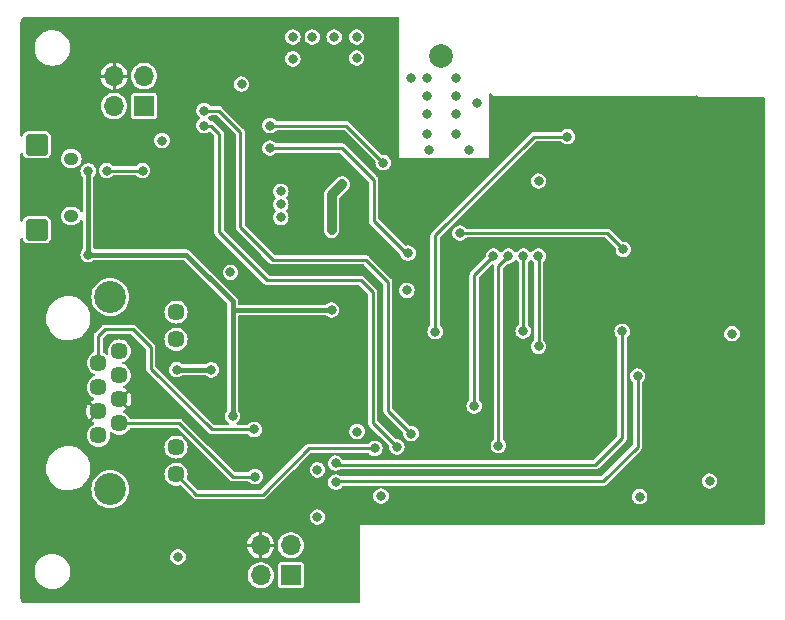
<source format=gbl>
G04 #@! TF.GenerationSoftware,KiCad,Pcbnew,7.0.9*
G04 #@! TF.CreationDate,2024-01-13T23:58:37+01:00*
G04 #@! TF.ProjectId,ithowifi_4l,6974686f-7769-4666-995f-346c2e6b6963,rev?*
G04 #@! TF.SameCoordinates,Original*
G04 #@! TF.FileFunction,Copper,L4,Bot*
G04 #@! TF.FilePolarity,Positive*
%FSLAX46Y46*%
G04 Gerber Fmt 4.6, Leading zero omitted, Abs format (unit mm)*
G04 Created by KiCad (PCBNEW 7.0.9) date 2024-01-13 23:58:37*
%MOMM*%
%LPD*%
G01*
G04 APERTURE LIST*
G04 Aperture macros list*
%AMRoundRect*
0 Rectangle with rounded corners*
0 $1 Rounding radius*
0 $2 $3 $4 $5 $6 $7 $8 $9 X,Y pos of 4 corners*
0 Add a 4 corners polygon primitive as box body*
4,1,4,$2,$3,$4,$5,$6,$7,$8,$9,$2,$3,0*
0 Add four circle primitives for the rounded corners*
1,1,$1+$1,$2,$3*
1,1,$1+$1,$4,$5*
1,1,$1+$1,$6,$7*
1,1,$1+$1,$8,$9*
0 Add four rect primitives between the rounded corners*
20,1,$1+$1,$2,$3,$4,$5,0*
20,1,$1+$1,$4,$5,$6,$7,0*
20,1,$1+$1,$6,$7,$8,$9,0*
20,1,$1+$1,$8,$9,$2,$3,0*%
G04 Aperture macros list end*
G04 #@! TA.AperFunction,ComponentPad*
%ADD10R,1.700000X1.700000*%
G04 #@! TD*
G04 #@! TA.AperFunction,ComponentPad*
%ADD11O,1.700000X1.700000*%
G04 #@! TD*
G04 #@! TA.AperFunction,ComponentPad*
%ADD12RoundRect,0.273000X-0.677000X0.637000X-0.677000X-0.637000X0.677000X-0.637000X0.677000X0.637000X0*%
G04 #@! TD*
G04 #@! TA.AperFunction,ComponentPad*
%ADD13O,1.250000X1.050000*%
G04 #@! TD*
G04 #@! TA.AperFunction,ComponentPad*
%ADD14C,1.446000*%
G04 #@! TD*
G04 #@! TA.AperFunction,ComponentPad*
%ADD15C,2.700000*%
G04 #@! TD*
G04 #@! TA.AperFunction,ComponentPad*
%ADD16C,2.000000*%
G04 #@! TD*
G04 #@! TA.AperFunction,ViaPad*
%ADD17C,0.800000*%
G04 #@! TD*
G04 #@! TA.AperFunction,Conductor*
%ADD18C,0.406400*%
G04 #@! TD*
G04 #@! TA.AperFunction,Conductor*
%ADD19C,0.812800*%
G04 #@! TD*
G04 #@! TA.AperFunction,Conductor*
%ADD20C,0.293370*%
G04 #@! TD*
G04 #@! TA.AperFunction,Conductor*
%ADD21C,0.250000*%
G04 #@! TD*
G04 #@! TA.AperFunction,Conductor*
%ADD22C,0.254000*%
G04 #@! TD*
G04 APERTURE END LIST*
D10*
X75666600Y-154025600D03*
D11*
X73126600Y-154025600D03*
X75666600Y-151485600D03*
X73126600Y-151485600D03*
D12*
X54178200Y-117568000D03*
D13*
X57078200Y-118743000D03*
X57078200Y-123593000D03*
D12*
X54178200Y-124768000D03*
D14*
X59372500Y-142176500D03*
X61152500Y-141156500D03*
X59372500Y-140136500D03*
X61152500Y-139116500D03*
X59372500Y-138096500D03*
X61152500Y-137076500D03*
X59372500Y-136056500D03*
X61152500Y-135036500D03*
X65962500Y-145466500D03*
X65962500Y-143176500D03*
X65962500Y-134036500D03*
X65962500Y-131746500D03*
D15*
X60392500Y-130476500D03*
X60392500Y-146736500D03*
D10*
X63246000Y-114300000D03*
D11*
X60706000Y-114300000D03*
X63246000Y-111760000D03*
X60706000Y-111760000D03*
D16*
X88392000Y-110032800D03*
D17*
X85039200Y-121531200D03*
X85039200Y-123731200D03*
X85039200Y-122631200D03*
X109270800Y-148844000D03*
X76225400Y-114427000D03*
X108000000Y-114100000D03*
X104400000Y-114100000D03*
X102600000Y-114100000D03*
X79121000Y-134112000D03*
X100800000Y-114100000D03*
X87400000Y-118000000D03*
X87239600Y-116650000D03*
X115150000Y-114100000D03*
X100177600Y-142824200D03*
X89662000Y-113450000D03*
X87400000Y-119350000D03*
X100177600Y-141300200D03*
X93472000Y-114100000D03*
X100177600Y-139750800D03*
X98679000Y-139750800D03*
X91440000Y-114050000D03*
X97155000Y-139725400D03*
X98679000Y-141300200D03*
X69088000Y-132969000D03*
X89662000Y-111900000D03*
X87239600Y-113450000D03*
X89662000Y-116650000D03*
X111600000Y-114100000D03*
X89662000Y-115000000D03*
X79121000Y-135255000D03*
X84201000Y-111887000D03*
X84201000Y-107442000D03*
X95400000Y-114100000D03*
X90800000Y-118000000D03*
X85852000Y-111900000D03*
X69088000Y-135255000D03*
X82473800Y-114325400D03*
X97155000Y-141274800D03*
X69088000Y-134112000D03*
X98679000Y-142824200D03*
X87630000Y-148590000D03*
X97200000Y-114100000D03*
X84201000Y-108966000D03*
X90800000Y-119350000D03*
X113350000Y-114100000D03*
X87239600Y-115000000D03*
X79121000Y-132969000D03*
X105308400Y-148640800D03*
X109800000Y-114100000D03*
X99000000Y-114100000D03*
X106200000Y-114100000D03*
X97155000Y-142798800D03*
X84201000Y-110490000D03*
X87239600Y-111887000D03*
X58510873Y-126883727D03*
X79121000Y-131572000D03*
X70739000Y-140538200D03*
X58510873Y-119790990D03*
X79121000Y-124815600D03*
X80010000Y-120904000D03*
X74828400Y-121531200D03*
X74828400Y-123731200D03*
X74828400Y-122631200D03*
X75844400Y-110299500D03*
X75844400Y-108458000D03*
X77495400Y-108458000D03*
X79336900Y-108458000D03*
X81241900Y-108458000D03*
X81241900Y-110236000D03*
X66120300Y-152467600D03*
X113030000Y-133578600D03*
X64770000Y-117221000D03*
X71501000Y-112445800D03*
X70561200Y-128371600D03*
X83312000Y-147320000D03*
X85500000Y-129900000D03*
X77927200Y-145097506D03*
X105206800Y-147370800D03*
X81280000Y-141859000D03*
X111125000Y-146050000D03*
X96650000Y-120650000D03*
X77927200Y-149098000D03*
X93250000Y-143050000D03*
X94100000Y-127000000D03*
X91200000Y-139700000D03*
X92830000Y-127000000D03*
X96650000Y-134650000D03*
X96640000Y-127000000D03*
X95350000Y-133350000D03*
X95370010Y-127000000D03*
X99100004Y-116900000D03*
X87900000Y-133400000D03*
X79460000Y-144530000D03*
X103733600Y-133375400D03*
X105029000Y-137160000D03*
X79480000Y-146140000D03*
X60071000Y-119761000D03*
X63119000Y-119761000D03*
X66014600Y-136626600D03*
X68943500Y-136634500D03*
X82778600Y-143281400D03*
X68326000Y-114681000D03*
X85852000Y-142036800D03*
X84658200Y-143154400D03*
X68326000Y-115951000D03*
X72644000Y-145669000D03*
X72567800Y-141681200D03*
X73914000Y-115951000D03*
X90000000Y-125050000D03*
X103825000Y-126425000D03*
X83500000Y-119099992D03*
X73914000Y-117856000D03*
X85600000Y-126750000D03*
D18*
X70739000Y-130810000D02*
X70739000Y-131572000D01*
D19*
X80010000Y-120904000D02*
X79121000Y-121793000D01*
D18*
X58510873Y-126883727D02*
X58510873Y-119790990D01*
X66812727Y-126883727D02*
X70739000Y-130810000D01*
D19*
X79121000Y-121793000D02*
X79121000Y-124815600D01*
D18*
X58510873Y-126883727D02*
X66812727Y-126883727D01*
X70739000Y-131572000D02*
X70739000Y-140538200D01*
X79121000Y-131572000D02*
X70739000Y-131572000D01*
D20*
X94100000Y-127000000D02*
X93250000Y-127850000D01*
X93250000Y-127850000D02*
X93250000Y-143050000D01*
X91200000Y-139700000D02*
X91200000Y-128630000D01*
X91200000Y-128630000D02*
X92830000Y-127000000D01*
D21*
X96650000Y-134650000D02*
X96650000Y-127010000D01*
X96650000Y-127010000D02*
X96640000Y-127000000D01*
X95350000Y-133350000D02*
X95350000Y-127020010D01*
X95350000Y-127020010D02*
X95370010Y-127000000D01*
D20*
X96250000Y-116900000D02*
X99100004Y-116900000D01*
X87900000Y-133400000D02*
X87900000Y-125250000D01*
X87900000Y-125250000D02*
X96250000Y-116900000D01*
X89130010Y-110110410D02*
X89052400Y-110032800D01*
X79509996Y-144660000D02*
X79450000Y-144600004D01*
X103733600Y-133375400D02*
X103733600Y-142392400D01*
X101466000Y-144660000D02*
X79509996Y-144660000D01*
X103733600Y-142392400D02*
X101466000Y-144660000D01*
X105029000Y-137160000D02*
X105029000Y-143129000D01*
X102108000Y-146050000D02*
X79502000Y-146050000D01*
X105029000Y-143129000D02*
X102108000Y-146050000D01*
D22*
X63119000Y-119761000D02*
X60071000Y-119761000D01*
D18*
X68943500Y-136634500D02*
X66022500Y-136634500D01*
X66022500Y-136634500D02*
X66014600Y-136626600D01*
D22*
X65962500Y-145466500D02*
X67689000Y-147193000D01*
X67689000Y-147193000D02*
X73279000Y-147193000D01*
X77190600Y-143281400D02*
X82778600Y-143281400D01*
X73279000Y-147193000D02*
X77190600Y-143281400D01*
X83900000Y-129200000D02*
X83900000Y-140084800D01*
X71374000Y-124536200D02*
X74168000Y-127330200D01*
X69570600Y-114681000D02*
X71374000Y-116484400D01*
X68326000Y-114681000D02*
X69570600Y-114681000D01*
X83900000Y-140084800D02*
X85852000Y-142036800D01*
X82030200Y-127330200D02*
X83900000Y-129200000D01*
X71374000Y-116484400D02*
X71374000Y-124536200D01*
X74168000Y-127330200D02*
X82030200Y-127330200D01*
D20*
X81584800Y-129057400D02*
X73685400Y-129057400D01*
X73685400Y-129057400D02*
X69596000Y-124968000D01*
X68910200Y-115951000D02*
X68326000Y-115951000D01*
X84658200Y-143154400D02*
X82600000Y-141096200D01*
X69596000Y-124968000D02*
X69596000Y-116636800D01*
X69596000Y-116636800D02*
X68910200Y-115951000D01*
X82600000Y-130072600D02*
X81584800Y-129057400D01*
X82600000Y-141096200D02*
X82600000Y-130072600D01*
X66226500Y-141156500D02*
X61152500Y-141156500D01*
X72644000Y-145669000D02*
X70739000Y-145669000D01*
X70739000Y-145669000D02*
X66226500Y-141156500D01*
X63804800Y-134721600D02*
X63804800Y-136525000D01*
X59944000Y-133197600D02*
X62280800Y-133197600D01*
X59372500Y-136056500D02*
X59372500Y-133769100D01*
X68961000Y-141681200D02*
X72567800Y-141681200D01*
X62280800Y-133197600D02*
X63804800Y-134721600D01*
X59372500Y-133769100D02*
X59944000Y-133197600D01*
X63804800Y-136525000D02*
X68961000Y-141681200D01*
D22*
X73914000Y-115951000D02*
X80351008Y-115951000D01*
X80351008Y-115951000D02*
X83500000Y-119099992D01*
D21*
X102450000Y-125050000D02*
X90000000Y-125050000D01*
X103825000Y-126425000D02*
X102450000Y-125050000D01*
D20*
X80010000Y-117856000D02*
X82677000Y-120523000D01*
X73914000Y-117856000D02*
X80010000Y-117856000D01*
X82677000Y-124027000D02*
X85400000Y-126750000D01*
X85400000Y-126750000D02*
X85600000Y-126750000D01*
X82677000Y-120523000D02*
X82677000Y-124027000D01*
G04 #@! TA.AperFunction,Conductor*
G36*
X84794531Y-106737713D02*
G01*
X84831076Y-106788013D01*
X84836000Y-106819100D01*
X84836000Y-118679000D01*
X92456000Y-118679000D01*
X92456000Y-113296788D01*
X92475213Y-113237657D01*
X92525513Y-113201112D01*
X92587687Y-113201112D01*
X92626265Y-113226783D01*
X92627455Y-113225551D01*
X92630776Y-113228758D01*
X92630781Y-113228764D01*
X92762226Y-113334199D01*
X92910731Y-113413828D01*
X93071290Y-113464968D01*
X93071294Y-113464968D01*
X93071300Y-113464970D01*
X93154823Y-113475423D01*
X93238492Y-113485895D01*
X93319612Y-113481035D01*
X93322617Y-113480946D01*
X109631484Y-113481802D01*
X109631571Y-113481831D01*
X109631572Y-113481805D01*
X109673216Y-113481842D01*
X109673216Y-113481843D01*
X109736073Y-113481901D01*
X109858685Y-113454153D01*
X109965892Y-113403015D01*
X110027530Y-113394899D01*
X110082171Y-113424565D01*
X110108939Y-113480681D01*
X110109783Y-113495676D01*
X110108999Y-113537999D01*
X110109000Y-113538000D01*
X115680900Y-113538000D01*
X115740031Y-113557213D01*
X115776576Y-113607513D01*
X115781500Y-113638600D01*
X115781500Y-149667400D01*
X115762287Y-149726531D01*
X115711987Y-149763076D01*
X115680900Y-149768000D01*
X81532000Y-149768000D01*
X81532000Y-156316900D01*
X81512787Y-156376031D01*
X81462487Y-156412576D01*
X81431400Y-156417500D01*
X53235298Y-156417500D01*
X53228727Y-156417069D01*
X53210655Y-156414690D01*
X53128792Y-156403912D01*
X53103425Y-156397115D01*
X53019487Y-156362347D01*
X52996743Y-156349216D01*
X52924660Y-156293904D01*
X52906095Y-156275339D01*
X52850781Y-156203252D01*
X52837654Y-156180516D01*
X52802884Y-156096574D01*
X52796087Y-156071206D01*
X52782931Y-155971274D01*
X52782500Y-155964702D01*
X52782500Y-153828340D01*
X53981500Y-153828340D01*
X54022429Y-154073613D01*
X54103171Y-154308809D01*
X54103172Y-154308810D01*
X54221521Y-154527501D01*
X54221523Y-154527503D01*
X54221526Y-154527509D01*
X54374262Y-154723744D01*
X54374266Y-154723749D01*
X54521668Y-154859441D01*
X54557215Y-154892164D01*
X54765393Y-155028173D01*
X54993119Y-155128063D01*
X55234179Y-155189108D01*
X55234182Y-155189108D01*
X55234185Y-155189109D01*
X55373890Y-155200684D01*
X55419933Y-155204500D01*
X55419935Y-155204500D01*
X55544065Y-155204500D01*
X55544067Y-155204500D01*
X55596623Y-155200145D01*
X55729814Y-155189109D01*
X55729816Y-155189108D01*
X55729821Y-155189108D01*
X55970881Y-155128063D01*
X56198607Y-155028173D01*
X56406785Y-154892164D01*
X56589738Y-154723744D01*
X56742474Y-154527509D01*
X56860828Y-154308810D01*
X56941571Y-154073614D01*
X56949583Y-154025600D01*
X72017368Y-154025600D01*
X72036254Y-154229416D01*
X72036254Y-154229417D01*
X72092272Y-154426303D01*
X72092273Y-154426304D01*
X72183509Y-154609530D01*
X72183510Y-154609531D01*
X72183512Y-154609535D01*
X72306868Y-154772885D01*
X72458128Y-154910778D01*
X72458132Y-154910781D01*
X72458138Y-154910786D01*
X72632173Y-155018544D01*
X72823044Y-155092488D01*
X72872424Y-155101718D01*
X73024251Y-155130100D01*
X73024253Y-155130100D01*
X73228948Y-155130100D01*
X73307950Y-155115332D01*
X73430156Y-155092488D01*
X73621027Y-155018544D01*
X73795062Y-154910786D01*
X73806164Y-154900665D01*
X74562100Y-154900665D01*
X74576866Y-154974901D01*
X74576867Y-154974904D01*
X74633114Y-155059082D01*
X74633115Y-155059083D01*
X74633116Y-155059084D01*
X74717299Y-155115334D01*
X74791533Y-155130100D01*
X76541666Y-155130099D01*
X76615901Y-155115334D01*
X76700084Y-155059084D01*
X76756334Y-154974901D01*
X76771100Y-154900667D01*
X76771099Y-153150534D01*
X76756334Y-153076299D01*
X76756332Y-153076297D01*
X76756332Y-153076295D01*
X76700085Y-152992117D01*
X76700083Y-152992115D01*
X76650092Y-152958712D01*
X76615901Y-152935866D01*
X76615900Y-152935865D01*
X76615899Y-152935865D01*
X76560098Y-152924766D01*
X76541667Y-152921100D01*
X76541666Y-152921100D01*
X74791534Y-152921100D01*
X74717298Y-152935866D01*
X74717295Y-152935867D01*
X74633117Y-152992114D01*
X74633115Y-152992116D01*
X74576865Y-153076300D01*
X74562100Y-153150533D01*
X74562100Y-154900665D01*
X73806164Y-154900665D01*
X73946332Y-154772885D01*
X74069688Y-154609535D01*
X74160928Y-154426301D01*
X74216945Y-154229421D01*
X74235832Y-154025600D01*
X74216945Y-153821779D01*
X74160928Y-153624899D01*
X74069688Y-153441665D01*
X73946332Y-153278315D01*
X73946331Y-153278314D01*
X73795071Y-153140421D01*
X73795066Y-153140417D01*
X73795062Y-153140414D01*
X73621027Y-153032656D01*
X73621023Y-153032654D01*
X73430154Y-152958711D01*
X73430149Y-152958710D01*
X73228949Y-152921100D01*
X73228947Y-152921100D01*
X73024253Y-152921100D01*
X73024251Y-152921100D01*
X72823050Y-152958710D01*
X72823045Y-152958711D01*
X72632176Y-153032654D01*
X72632172Y-153032656D01*
X72549151Y-153084061D01*
X72458138Y-153140414D01*
X72458137Y-153140415D01*
X72458128Y-153140421D01*
X72306868Y-153278314D01*
X72183510Y-153441668D01*
X72183509Y-153441669D01*
X72092273Y-153624895D01*
X72092272Y-153624896D01*
X72036254Y-153821782D01*
X72036254Y-153821783D01*
X72017368Y-154025600D01*
X56949583Y-154025600D01*
X56982500Y-153828335D01*
X56982500Y-153579665D01*
X56941571Y-153334386D01*
X56860828Y-153099190D01*
X56764451Y-152921101D01*
X56742478Y-152880498D01*
X56742477Y-152880497D01*
X56742474Y-152880491D01*
X56589738Y-152684256D01*
X56589736Y-152684254D01*
X56589733Y-152684250D01*
X56406788Y-152515839D01*
X56406785Y-152515836D01*
X56332954Y-152467600D01*
X65460993Y-152467600D01*
X65480151Y-152625382D01*
X65536513Y-152773995D01*
X65626802Y-152904801D01*
X65626803Y-152904802D01*
X65626804Y-152904803D01*
X65626805Y-152904804D01*
X65745768Y-153010197D01*
X65745769Y-153010198D01*
X65745771Y-153010199D01*
X65886507Y-153084063D01*
X66040829Y-153122100D01*
X66040833Y-153122100D01*
X66199767Y-153122100D01*
X66199771Y-153122100D01*
X66354093Y-153084063D01*
X66494829Y-153010199D01*
X66613798Y-152904801D01*
X66704087Y-152773995D01*
X66760449Y-152625382D01*
X66779607Y-152467600D01*
X66760449Y-152309818D01*
X66704087Y-152161205D01*
X66613798Y-152030399D01*
X66613795Y-152030396D01*
X66613794Y-152030395D01*
X66494831Y-151925002D01*
X66494830Y-151925001D01*
X66354095Y-151851138D01*
X66354094Y-151851137D01*
X66354093Y-151851137D01*
X66275847Y-151831851D01*
X66199773Y-151813100D01*
X66199771Y-151813100D01*
X66040829Y-151813100D01*
X66040826Y-151813100D01*
X65926715Y-151841226D01*
X65886507Y-151851137D01*
X65886506Y-151851137D01*
X65886504Y-151851138D01*
X65745769Y-151925001D01*
X65745768Y-151925002D01*
X65626805Y-152030395D01*
X65626804Y-152030396D01*
X65536512Y-152161206D01*
X65514635Y-152218892D01*
X65480151Y-152309818D01*
X65460993Y-152467600D01*
X56332954Y-152467600D01*
X56198612Y-152379830D01*
X56198610Y-152379829D01*
X56198607Y-152379827D01*
X55970881Y-152279937D01*
X55729814Y-152218890D01*
X55563478Y-152205108D01*
X55544067Y-152203500D01*
X55419933Y-152203500D01*
X55401485Y-152205028D01*
X55234185Y-152218890D01*
X54993118Y-152279937D01*
X54924997Y-152309818D01*
X54765393Y-152379827D01*
X54765391Y-152379828D01*
X54765387Y-152379830D01*
X54557214Y-152515836D01*
X54557211Y-152515839D01*
X54374266Y-152684250D01*
X54221521Y-152880498D01*
X54103172Y-153099189D01*
X54103171Y-153099190D01*
X54022429Y-153334386D01*
X53981500Y-153579659D01*
X53981500Y-153828340D01*
X52782500Y-153828340D01*
X52782500Y-151358599D01*
X71978620Y-151358599D01*
X71978621Y-151358600D01*
X72642782Y-151358600D01*
X72626600Y-151413711D01*
X72626600Y-151557489D01*
X72642782Y-151612600D01*
X71978621Y-151612600D01*
X71986599Y-151698698D01*
X72045168Y-151904551D01*
X72045169Y-151904552D01*
X72140560Y-152096123D01*
X72269537Y-152266917D01*
X72427686Y-152411090D01*
X72427695Y-152411096D01*
X72609655Y-152523762D01*
X72609659Y-152523764D01*
X72809219Y-152601073D01*
X72999599Y-152636662D01*
X72999600Y-152636662D01*
X72999600Y-151972481D01*
X73090837Y-151985600D01*
X73162363Y-151985600D01*
X73253600Y-151972481D01*
X73253600Y-152636662D01*
X73443980Y-152601073D01*
X73643540Y-152523764D01*
X73643544Y-152523762D01*
X73825504Y-152411096D01*
X73825513Y-152411090D01*
X73983662Y-152266917D01*
X74112638Y-152096123D01*
X74112639Y-152096123D01*
X74208030Y-151904552D01*
X74208031Y-151904551D01*
X74266600Y-151698698D01*
X74274579Y-151612600D01*
X73610418Y-151612600D01*
X73626600Y-151557489D01*
X73626600Y-151485600D01*
X74557368Y-151485600D01*
X74576254Y-151689416D01*
X74576254Y-151689417D01*
X74632272Y-151886303D01*
X74632273Y-151886304D01*
X74723509Y-152069530D01*
X74723510Y-152069531D01*
X74723512Y-152069535D01*
X74836301Y-152218892D01*
X74846868Y-152232885D01*
X74998128Y-152370778D01*
X74998132Y-152370781D01*
X74998138Y-152370786D01*
X75172173Y-152478544D01*
X75363044Y-152552488D01*
X75412424Y-152561718D01*
X75564251Y-152590100D01*
X75564253Y-152590100D01*
X75768948Y-152590100D01*
X75844861Y-152575909D01*
X75970156Y-152552488D01*
X76161027Y-152478544D01*
X76335062Y-152370786D01*
X76486332Y-152232885D01*
X76609688Y-152069535D01*
X76700928Y-151886301D01*
X76756945Y-151689421D01*
X76775832Y-151485600D01*
X76756945Y-151281779D01*
X76700928Y-151084899D01*
X76609688Y-150901665D01*
X76486332Y-150738315D01*
X76449000Y-150704282D01*
X76335071Y-150600421D01*
X76335066Y-150600417D01*
X76335062Y-150600414D01*
X76161027Y-150492656D01*
X76161023Y-150492654D01*
X75970154Y-150418711D01*
X75970149Y-150418710D01*
X75768949Y-150381100D01*
X75768947Y-150381100D01*
X75564253Y-150381100D01*
X75564251Y-150381100D01*
X75363050Y-150418710D01*
X75363045Y-150418711D01*
X75172176Y-150492654D01*
X75172172Y-150492656D01*
X75064414Y-150559377D01*
X74998138Y-150600414D01*
X74998137Y-150600415D01*
X74998128Y-150600421D01*
X74846868Y-150738314D01*
X74723510Y-150901668D01*
X74723509Y-150901669D01*
X74632273Y-151084895D01*
X74632272Y-151084896D01*
X74576254Y-151281782D01*
X74576254Y-151281783D01*
X74557368Y-151485600D01*
X73626600Y-151485600D01*
X73626600Y-151413711D01*
X73610418Y-151358600D01*
X74274579Y-151358600D01*
X74274579Y-151358599D01*
X74266600Y-151272501D01*
X74208031Y-151066648D01*
X74208030Y-151066647D01*
X74112639Y-150875076D01*
X73983662Y-150704282D01*
X73825513Y-150560109D01*
X73825504Y-150560103D01*
X73643544Y-150447437D01*
X73643540Y-150447435D01*
X73443981Y-150370126D01*
X73253600Y-150334537D01*
X73253600Y-150998718D01*
X73162363Y-150985600D01*
X73090837Y-150985600D01*
X72999600Y-150998718D01*
X72999600Y-150334537D01*
X72809218Y-150370126D01*
X72609659Y-150447435D01*
X72609655Y-150447437D01*
X72427695Y-150560103D01*
X72427686Y-150560109D01*
X72269537Y-150704282D01*
X72140561Y-150875076D01*
X72140560Y-150875076D01*
X72045169Y-151066647D01*
X72045168Y-151066648D01*
X71986599Y-151272501D01*
X71978620Y-151358599D01*
X52782500Y-151358599D01*
X52782500Y-149098000D01*
X77267893Y-149098000D01*
X77287051Y-149255782D01*
X77343413Y-149404395D01*
X77433702Y-149535201D01*
X77433703Y-149535202D01*
X77433704Y-149535203D01*
X77433705Y-149535204D01*
X77552668Y-149640597D01*
X77552669Y-149640598D01*
X77552671Y-149640599D01*
X77693407Y-149714463D01*
X77847729Y-149752500D01*
X77847733Y-149752500D01*
X78006667Y-149752500D01*
X78006671Y-149752500D01*
X78160993Y-149714463D01*
X78301729Y-149640599D01*
X78420698Y-149535201D01*
X78510987Y-149404395D01*
X78567349Y-149255782D01*
X78586507Y-149098000D01*
X78567349Y-148940218D01*
X78510987Y-148791605D01*
X78420698Y-148660799D01*
X78420695Y-148660796D01*
X78420694Y-148660795D01*
X78301731Y-148555402D01*
X78301730Y-148555401D01*
X78160995Y-148481538D01*
X78160994Y-148481537D01*
X78160993Y-148481537D01*
X78082747Y-148462251D01*
X78006673Y-148443500D01*
X78006671Y-148443500D01*
X77847729Y-148443500D01*
X77847726Y-148443500D01*
X77733615Y-148471626D01*
X77693407Y-148481537D01*
X77693406Y-148481537D01*
X77693404Y-148481538D01*
X77552669Y-148555401D01*
X77552668Y-148555402D01*
X77433705Y-148660795D01*
X77433704Y-148660796D01*
X77343412Y-148791606D01*
X77287051Y-148940218D01*
X77267893Y-149098000D01*
X52782500Y-149098000D01*
X52782500Y-145025187D01*
X54953238Y-145025187D01*
X54983263Y-145298071D01*
X55052704Y-145563682D01*
X55160077Y-145816353D01*
X55275711Y-146005825D01*
X55303095Y-146050696D01*
X55377414Y-146140000D01*
X55478711Y-146261720D01*
X55478715Y-146261725D01*
X55683179Y-146444925D01*
X55912138Y-146596403D01*
X55912143Y-146596405D01*
X56160709Y-146712928D01*
X56160713Y-146712929D01*
X56160721Y-146712933D01*
X56423619Y-146792027D01*
X56423620Y-146792027D01*
X56423623Y-146792028D01*
X56581941Y-146815327D01*
X56695231Y-146832000D01*
X56695233Y-146832000D01*
X56901051Y-146832000D01*
X56934802Y-146829529D01*
X57106305Y-146816977D01*
X57374275Y-146757284D01*
X57428617Y-146736500D01*
X58783039Y-146736500D01*
X58802853Y-146988272D01*
X58802854Y-146988278D01*
X58861810Y-147233849D01*
X58958457Y-147467174D01*
X58958459Y-147467180D01*
X59090420Y-147682519D01*
X59090423Y-147682522D01*
X59254436Y-147874558D01*
X59254441Y-147874563D01*
X59446477Y-148038576D01*
X59446480Y-148038579D01*
X59661819Y-148170540D01*
X59661825Y-148170542D01*
X59895150Y-148267189D01*
X60128535Y-148323219D01*
X60140725Y-148326146D01*
X60392500Y-148345961D01*
X60644275Y-148326146D01*
X60730196Y-148305517D01*
X60889849Y-148267189D01*
X60950794Y-148241944D01*
X61123180Y-148170540D01*
X61338517Y-148038581D01*
X61530561Y-147874561D01*
X61694581Y-147682517D01*
X61826540Y-147467180D01*
X61923188Y-147233851D01*
X61923187Y-147233851D01*
X61923189Y-147233849D01*
X61963869Y-147064405D01*
X61982146Y-146988275D01*
X62001961Y-146736500D01*
X61982146Y-146484725D01*
X61974094Y-146451185D01*
X61923189Y-146239150D01*
X61826542Y-146005825D01*
X61826540Y-146005819D01*
X61694579Y-145790480D01*
X61694576Y-145790477D01*
X61530563Y-145598441D01*
X61530558Y-145598436D01*
X61376080Y-145466500D01*
X64980270Y-145466500D01*
X64999143Y-145658127D01*
X65055039Y-145842387D01*
X65145801Y-146012191D01*
X65145810Y-146012204D01*
X65266625Y-146159416D01*
X65267959Y-146161041D01*
X65267964Y-146161045D01*
X65416795Y-146283189D01*
X65416808Y-146283198D01*
X65586612Y-146373960D01*
X65586614Y-146373960D01*
X65586617Y-146373962D01*
X65711723Y-146411913D01*
X65770872Y-146429856D01*
X65770873Y-146429856D01*
X65770876Y-146429857D01*
X65962500Y-146448730D01*
X66154124Y-146429857D01*
X66274586Y-146393314D01*
X66336749Y-146394534D01*
X66374925Y-146418447D01*
X67383882Y-147427405D01*
X67396966Y-147443517D01*
X67404438Y-147454954D01*
X67404440Y-147454956D01*
X67433516Y-147477586D01*
X67438193Y-147481717D01*
X67441589Y-147485112D01*
X67441596Y-147485118D01*
X67460898Y-147498898D01*
X67504914Y-147533158D01*
X67511935Y-147536956D01*
X67519128Y-147540473D01*
X67519131Y-147540475D01*
X67572582Y-147556388D01*
X67625339Y-147574500D01*
X67625340Y-147574500D01*
X67633214Y-147575814D01*
X67641157Y-147576804D01*
X67641159Y-147576805D01*
X67641160Y-147576804D01*
X67641161Y-147576805D01*
X67696884Y-147574500D01*
X73228999Y-147574500D01*
X73249643Y-147576640D01*
X73263017Y-147579445D01*
X73299582Y-147574886D01*
X73305811Y-147574500D01*
X73310609Y-147574500D01*
X73310611Y-147574500D01*
X73310613Y-147574499D01*
X73310620Y-147574499D01*
X73328168Y-147571569D01*
X73334004Y-147570596D01*
X73389360Y-147563696D01*
X73389366Y-147563692D01*
X73397012Y-147561417D01*
X73404580Y-147558818D01*
X73404586Y-147558818D01*
X73453641Y-147532270D01*
X73503746Y-147507776D01*
X73503749Y-147507772D01*
X73510260Y-147503123D01*
X73516555Y-147498223D01*
X73516562Y-147498220D01*
X73554341Y-147457180D01*
X73691521Y-147320000D01*
X82652693Y-147320000D01*
X82671851Y-147477782D01*
X82728213Y-147626395D01*
X82818502Y-147757201D01*
X82818503Y-147757202D01*
X82818504Y-147757203D01*
X82818505Y-147757204D01*
X82937468Y-147862597D01*
X82937469Y-147862598D01*
X82937471Y-147862599D01*
X83078207Y-147936463D01*
X83232529Y-147974500D01*
X83232533Y-147974500D01*
X83391467Y-147974500D01*
X83391471Y-147974500D01*
X83545793Y-147936463D01*
X83686529Y-147862599D01*
X83805498Y-147757201D01*
X83895787Y-147626395D01*
X83952149Y-147477782D01*
X83965139Y-147370800D01*
X104547493Y-147370800D01*
X104566651Y-147528582D01*
X104623013Y-147677195D01*
X104713302Y-147808001D01*
X104713303Y-147808002D01*
X104713304Y-147808003D01*
X104713305Y-147808004D01*
X104832268Y-147913397D01*
X104832269Y-147913398D01*
X104832271Y-147913399D01*
X104973007Y-147987263D01*
X105127329Y-148025300D01*
X105127333Y-148025300D01*
X105286267Y-148025300D01*
X105286271Y-148025300D01*
X105440593Y-147987263D01*
X105581329Y-147913399D01*
X105700298Y-147808001D01*
X105790587Y-147677195D01*
X105846949Y-147528582D01*
X105866107Y-147370800D01*
X105846949Y-147213018D01*
X105790587Y-147064405D01*
X105700298Y-146933599D01*
X105700295Y-146933596D01*
X105700294Y-146933595D01*
X105581331Y-146828202D01*
X105581330Y-146828201D01*
X105440595Y-146754338D01*
X105440594Y-146754337D01*
X105440593Y-146754337D01*
X105362347Y-146735051D01*
X105286273Y-146716300D01*
X105286271Y-146716300D01*
X105127329Y-146716300D01*
X105127326Y-146716300D01*
X105045374Y-146736500D01*
X104973007Y-146754337D01*
X104973006Y-146754337D01*
X104973004Y-146754338D01*
X104832269Y-146828201D01*
X104832268Y-146828202D01*
X104713305Y-146933595D01*
X104713304Y-146933596D01*
X104623012Y-147064406D01*
X104585917Y-147162218D01*
X104566651Y-147213018D01*
X104547493Y-147370800D01*
X83965139Y-147370800D01*
X83971307Y-147320000D01*
X83952149Y-147162218D01*
X83895787Y-147013605D01*
X83805498Y-146882799D01*
X83805495Y-146882796D01*
X83805494Y-146882795D01*
X83686531Y-146777402D01*
X83686530Y-146777401D01*
X83545795Y-146703538D01*
X83545794Y-146703537D01*
X83545793Y-146703537D01*
X83460836Y-146682597D01*
X83391473Y-146665500D01*
X83391471Y-146665500D01*
X83232529Y-146665500D01*
X83232526Y-146665500D01*
X83118415Y-146693626D01*
X83078207Y-146703537D01*
X83078206Y-146703537D01*
X83078204Y-146703538D01*
X82937469Y-146777401D01*
X82937468Y-146777402D01*
X82818505Y-146882795D01*
X82818504Y-146882796D01*
X82728212Y-147013606D01*
X82671851Y-147162218D01*
X82652693Y-147320000D01*
X73691521Y-147320000D01*
X74871522Y-146140000D01*
X78820693Y-146140000D01*
X78839851Y-146297782D01*
X78862080Y-146356395D01*
X78889940Y-146429856D01*
X78896213Y-146446395D01*
X78986502Y-146577201D01*
X78986503Y-146577202D01*
X78986504Y-146577203D01*
X78986505Y-146577204D01*
X79105468Y-146682597D01*
X79105469Y-146682598D01*
X79105471Y-146682599D01*
X79246207Y-146756463D01*
X79400529Y-146794500D01*
X79400533Y-146794500D01*
X79559467Y-146794500D01*
X79559471Y-146794500D01*
X79713793Y-146756463D01*
X79854529Y-146682599D01*
X79973498Y-146577201D01*
X80030488Y-146494636D01*
X80079891Y-146456888D01*
X80113280Y-146451185D01*
X102171539Y-146451185D01*
X102171541Y-146451185D01*
X102194419Y-146443751D01*
X102209750Y-146440070D01*
X102233518Y-146436306D01*
X102254955Y-146425382D01*
X102269523Y-146419348D01*
X102292405Y-146411914D01*
X102311869Y-146397771D01*
X102325319Y-146389529D01*
X102346750Y-146378611D01*
X102363617Y-146361742D01*
X102363622Y-146361739D01*
X102369352Y-146356009D01*
X102369354Y-146356008D01*
X102675362Y-146050000D01*
X110465693Y-146050000D01*
X110484851Y-146207782D01*
X110541213Y-146356395D01*
X110631502Y-146487201D01*
X110631503Y-146487202D01*
X110631504Y-146487203D01*
X110631505Y-146487204D01*
X110750468Y-146592597D01*
X110750469Y-146592598D01*
X110750471Y-146592599D01*
X110891207Y-146666463D01*
X111045529Y-146704500D01*
X111045533Y-146704500D01*
X111204467Y-146704500D01*
X111204471Y-146704500D01*
X111358793Y-146666463D01*
X111499529Y-146592599D01*
X111618498Y-146487201D01*
X111708787Y-146356395D01*
X111765149Y-146207782D01*
X111784307Y-146050000D01*
X111765149Y-145892218D01*
X111708787Y-145743605D01*
X111618498Y-145612799D01*
X111618495Y-145612796D01*
X111618494Y-145612795D01*
X111499531Y-145507402D01*
X111499530Y-145507401D01*
X111358795Y-145433538D01*
X111358794Y-145433537D01*
X111358793Y-145433537D01*
X111280547Y-145414251D01*
X111204473Y-145395500D01*
X111204471Y-145395500D01*
X111045529Y-145395500D01*
X111045526Y-145395500D01*
X110931415Y-145423626D01*
X110891207Y-145433537D01*
X110891206Y-145433537D01*
X110891204Y-145433538D01*
X110750469Y-145507401D01*
X110750468Y-145507402D01*
X110631505Y-145612795D01*
X110631504Y-145612796D01*
X110541212Y-145743606D01*
X110489893Y-145878924D01*
X110484851Y-145892218D01*
X110465693Y-146050000D01*
X102675362Y-146050000D01*
X105335008Y-143390354D01*
X105335009Y-143390352D01*
X105340739Y-143384622D01*
X105340742Y-143384617D01*
X105357611Y-143367750D01*
X105368529Y-143346319D01*
X105376771Y-143332869D01*
X105390914Y-143313405D01*
X105398348Y-143290523D01*
X105404382Y-143275955D01*
X105415306Y-143254518D01*
X105419070Y-143230750D01*
X105422751Y-143215419D01*
X105430185Y-143192541D01*
X105430185Y-143065459D01*
X105430185Y-137724259D01*
X105449398Y-137665128D01*
X105464069Y-137648963D01*
X105522498Y-137597201D01*
X105612787Y-137466395D01*
X105669149Y-137317782D01*
X105688307Y-137160000D01*
X105669149Y-137002218D01*
X105612787Y-136853605D01*
X105522498Y-136722799D01*
X105522495Y-136722796D01*
X105522494Y-136722795D01*
X105403531Y-136617402D01*
X105403530Y-136617401D01*
X105262795Y-136543538D01*
X105262794Y-136543537D01*
X105262793Y-136543537D01*
X105184547Y-136524251D01*
X105108473Y-136505500D01*
X105108471Y-136505500D01*
X104949529Y-136505500D01*
X104949526Y-136505500D01*
X104835415Y-136533626D01*
X104795207Y-136543537D01*
X104795206Y-136543537D01*
X104795204Y-136543538D01*
X104654469Y-136617401D01*
X104654468Y-136617402D01*
X104535505Y-136722795D01*
X104535504Y-136722796D01*
X104445212Y-136853606D01*
X104388851Y-137002218D01*
X104369693Y-137160000D01*
X104388851Y-137317782D01*
X104445213Y-137466395D01*
X104535502Y-137597201D01*
X104593926Y-137648960D01*
X104625445Y-137702551D01*
X104627815Y-137724259D01*
X104627815Y-142921153D01*
X104608602Y-142980284D01*
X104598350Y-142992288D01*
X101971288Y-145619350D01*
X101915890Y-145647576D01*
X101900153Y-145648815D01*
X79950716Y-145648815D01*
X79891585Y-145629602D01*
X79884006Y-145623515D01*
X79854531Y-145597402D01*
X79854530Y-145597401D01*
X79713795Y-145523538D01*
X79713794Y-145523537D01*
X79713793Y-145523537D01*
X79635547Y-145504251D01*
X79559473Y-145485500D01*
X79559471Y-145485500D01*
X79400529Y-145485500D01*
X79400526Y-145485500D01*
X79311673Y-145507401D01*
X79246207Y-145523537D01*
X79246206Y-145523537D01*
X79246204Y-145523538D01*
X79105469Y-145597401D01*
X79105468Y-145597402D01*
X78986505Y-145702795D01*
X78986504Y-145702796D01*
X78896212Y-145833606D01*
X78857327Y-145936137D01*
X78839851Y-145982218D01*
X78820693Y-146140000D01*
X74871522Y-146140000D01*
X75914016Y-145097506D01*
X77267893Y-145097506D01*
X77287051Y-145255288D01*
X77343413Y-145403901D01*
X77433702Y-145534707D01*
X77433703Y-145534708D01*
X77433704Y-145534709D01*
X77433705Y-145534710D01*
X77552668Y-145640103D01*
X77552669Y-145640104D01*
X77552671Y-145640105D01*
X77693407Y-145713969D01*
X77847729Y-145752006D01*
X77847733Y-145752006D01*
X78006667Y-145752006D01*
X78006671Y-145752006D01*
X78160993Y-145713969D01*
X78301729Y-145640105D01*
X78420698Y-145534707D01*
X78510987Y-145403901D01*
X78567349Y-145255288D01*
X78586507Y-145097506D01*
X78567349Y-144939724D01*
X78510987Y-144791111D01*
X78420698Y-144660305D01*
X78420695Y-144660302D01*
X78420694Y-144660301D01*
X78301731Y-144554908D01*
X78301730Y-144554907D01*
X78254273Y-144530000D01*
X78800693Y-144530000D01*
X78819851Y-144687782D01*
X78876213Y-144836395D01*
X78966502Y-144967201D01*
X78966503Y-144967202D01*
X78966504Y-144967203D01*
X78966505Y-144967204D01*
X79085468Y-145072597D01*
X79085469Y-145072598D01*
X79085471Y-145072599D01*
X79226207Y-145146463D01*
X79380529Y-145184500D01*
X79380533Y-145184500D01*
X79539467Y-145184500D01*
X79539471Y-145184500D01*
X79693793Y-145146463D01*
X79834321Y-145072707D01*
X79881072Y-145061185D01*
X101529539Y-145061185D01*
X101529541Y-145061185D01*
X101552419Y-145053751D01*
X101567750Y-145050070D01*
X101591518Y-145046306D01*
X101612955Y-145035382D01*
X101627523Y-145029348D01*
X101650405Y-145021914D01*
X101669869Y-145007771D01*
X101683319Y-144999529D01*
X101704750Y-144988611D01*
X101721617Y-144971742D01*
X101721622Y-144971739D01*
X101727352Y-144966009D01*
X101727354Y-144966008D01*
X104039608Y-142653754D01*
X104039609Y-142653752D01*
X104045339Y-142648022D01*
X104045342Y-142648017D01*
X104062211Y-142631150D01*
X104073129Y-142609719D01*
X104081371Y-142596269D01*
X104095514Y-142576805D01*
X104102948Y-142553923D01*
X104108982Y-142539355D01*
X104119906Y-142517918D01*
X104123670Y-142494150D01*
X104127351Y-142478819D01*
X104134785Y-142455941D01*
X104134785Y-142328858D01*
X104134785Y-133939659D01*
X104153998Y-133880528D01*
X104168669Y-133864363D01*
X104227098Y-133812601D01*
X104317387Y-133681795D01*
X104356524Y-133578600D01*
X112370693Y-133578600D01*
X112389851Y-133736382D01*
X112446213Y-133884995D01*
X112536502Y-134015801D01*
X112536503Y-134015802D01*
X112536504Y-134015803D01*
X112536505Y-134015804D01*
X112655468Y-134121197D01*
X112655469Y-134121198D01*
X112655471Y-134121199D01*
X112796207Y-134195063D01*
X112950529Y-134233100D01*
X112950533Y-134233100D01*
X113109467Y-134233100D01*
X113109471Y-134233100D01*
X113263793Y-134195063D01*
X113404529Y-134121199D01*
X113523498Y-134015801D01*
X113613787Y-133884995D01*
X113670149Y-133736382D01*
X113689307Y-133578600D01*
X113670149Y-133420818D01*
X113613787Y-133272205D01*
X113523498Y-133141399D01*
X113523495Y-133141396D01*
X113523494Y-133141395D01*
X113404531Y-133036002D01*
X113404530Y-133036001D01*
X113263795Y-132962138D01*
X113263794Y-132962137D01*
X113263793Y-132962137D01*
X113166657Y-132938195D01*
X113109473Y-132924100D01*
X113109471Y-132924100D01*
X112950529Y-132924100D01*
X112950526Y-132924100D01*
X112836415Y-132952226D01*
X112796207Y-132962137D01*
X112796206Y-132962137D01*
X112796204Y-132962138D01*
X112655469Y-133036001D01*
X112655468Y-133036002D01*
X112536505Y-133141395D01*
X112536504Y-133141396D01*
X112446212Y-133272206D01*
X112416709Y-133350000D01*
X112389851Y-133420818D01*
X112370693Y-133578600D01*
X104356524Y-133578600D01*
X104373749Y-133533182D01*
X104392907Y-133375400D01*
X104373749Y-133217618D01*
X104317387Y-133069005D01*
X104227098Y-132938199D01*
X104227095Y-132938196D01*
X104227094Y-132938195D01*
X104108131Y-132832802D01*
X104108130Y-132832801D01*
X103967395Y-132758938D01*
X103967394Y-132758937D01*
X103967393Y-132758937D01*
X103889147Y-132739651D01*
X103813073Y-132720900D01*
X103813071Y-132720900D01*
X103654129Y-132720900D01*
X103654126Y-132720900D01*
X103540015Y-132749026D01*
X103499807Y-132758937D01*
X103499806Y-132758937D01*
X103499804Y-132758938D01*
X103359069Y-132832801D01*
X103359068Y-132832802D01*
X103240105Y-132938195D01*
X103240104Y-132938196D01*
X103149812Y-133069006D01*
X103131856Y-133116352D01*
X103093451Y-133217618D01*
X103074293Y-133375400D01*
X103093451Y-133533182D01*
X103112988Y-133584696D01*
X103147295Y-133675157D01*
X103149813Y-133681795D01*
X103240102Y-133812601D01*
X103298526Y-133864360D01*
X103330045Y-133917951D01*
X103332415Y-133939659D01*
X103332415Y-142184553D01*
X103313202Y-142243684D01*
X103302950Y-142255688D01*
X101329288Y-144229350D01*
X101273890Y-144257576D01*
X101258153Y-144258815D01*
X80120890Y-144258815D01*
X80061759Y-144239602D01*
X80038098Y-144215363D01*
X79999006Y-144158729D01*
X79953498Y-144092799D01*
X79953495Y-144092796D01*
X79953494Y-144092795D01*
X79834531Y-143987402D01*
X79834530Y-143987401D01*
X79693795Y-143913538D01*
X79693794Y-143913537D01*
X79693793Y-143913537D01*
X79615547Y-143894251D01*
X79539473Y-143875500D01*
X79539471Y-143875500D01*
X79380529Y-143875500D01*
X79380526Y-143875500D01*
X79266415Y-143903626D01*
X79226207Y-143913537D01*
X79226206Y-143913537D01*
X79226204Y-143913538D01*
X79085469Y-143987401D01*
X79085468Y-143987402D01*
X78966505Y-144092795D01*
X78966504Y-144092796D01*
X78876212Y-144223606D01*
X78874034Y-144229350D01*
X78819851Y-144372218D01*
X78800693Y-144530000D01*
X78254273Y-144530000D01*
X78160995Y-144481044D01*
X78160994Y-144481043D01*
X78160993Y-144481043D01*
X78082747Y-144461757D01*
X78006673Y-144443006D01*
X78006671Y-144443006D01*
X77847729Y-144443006D01*
X77847726Y-144443006D01*
X77733615Y-144471132D01*
X77693407Y-144481043D01*
X77693406Y-144481043D01*
X77693404Y-144481044D01*
X77552669Y-144554907D01*
X77552668Y-144554908D01*
X77433705Y-144660301D01*
X77433704Y-144660302D01*
X77343412Y-144791112D01*
X77306739Y-144887812D01*
X77287051Y-144939724D01*
X77267893Y-145097506D01*
X75914016Y-145097506D01*
X76361721Y-144649801D01*
X77319158Y-143692365D01*
X77374556Y-143664139D01*
X77390293Y-143662900D01*
X82193855Y-143662900D01*
X82252986Y-143682113D01*
X82276646Y-143706352D01*
X82285096Y-143718594D01*
X82285105Y-143718604D01*
X82404068Y-143823997D01*
X82404069Y-143823998D01*
X82404071Y-143823999D01*
X82544807Y-143897863D01*
X82699129Y-143935900D01*
X82699133Y-143935900D01*
X82858067Y-143935900D01*
X82858071Y-143935900D01*
X83012393Y-143897863D01*
X83153129Y-143823999D01*
X83272098Y-143718601D01*
X83362387Y-143587795D01*
X83418749Y-143439182D01*
X83437907Y-143281400D01*
X83418749Y-143123618D01*
X83362387Y-142975005D01*
X83272098Y-142844199D01*
X83272095Y-142844196D01*
X83272094Y-142844195D01*
X83153131Y-142738802D01*
X83153130Y-142738801D01*
X83012395Y-142664938D01*
X83012394Y-142664937D01*
X83012393Y-142664937D01*
X82934147Y-142645651D01*
X82858073Y-142626900D01*
X82858071Y-142626900D01*
X82699129Y-142626900D01*
X82699126Y-142626900D01*
X82592178Y-142653261D01*
X82544807Y-142664937D01*
X82544806Y-142664937D01*
X82544804Y-142664938D01*
X82404069Y-142738801D01*
X82404068Y-142738802D01*
X82285105Y-142844195D01*
X82285096Y-142844205D01*
X82276646Y-142856448D01*
X82227244Y-142894198D01*
X82193855Y-142899900D01*
X77240602Y-142899900D01*
X77219957Y-142897759D01*
X77211229Y-142895929D01*
X77206580Y-142894954D01*
X77173618Y-142899064D01*
X77170016Y-142899513D01*
X77163790Y-142899900D01*
X77158985Y-142899900D01*
X77135593Y-142903804D01*
X77080240Y-142910703D01*
X77072565Y-142912988D01*
X77065014Y-142915581D01*
X77015968Y-142942123D01*
X76965854Y-142966623D01*
X76959363Y-142971256D01*
X76953039Y-142976179D01*
X76915269Y-143017207D01*
X73150442Y-146782035D01*
X73095044Y-146810261D01*
X73079307Y-146811500D01*
X67888693Y-146811500D01*
X67829562Y-146792287D01*
X67817558Y-146782035D01*
X66914447Y-145878924D01*
X66886221Y-145823526D01*
X66889314Y-145778585D01*
X66897378Y-145752005D01*
X66925857Y-145658124D01*
X66944730Y-145466500D01*
X66925857Y-145274876D01*
X66922995Y-145265443D01*
X66891669Y-145162174D01*
X66869962Y-145090617D01*
X66869960Y-145090614D01*
X66869960Y-145090612D01*
X66779198Y-144920808D01*
X66779189Y-144920795D01*
X66657045Y-144771964D01*
X66657041Y-144771959D01*
X66554472Y-144687782D01*
X66508204Y-144649810D01*
X66508191Y-144649801D01*
X66338387Y-144559039D01*
X66154127Y-144503143D01*
X65962500Y-144484270D01*
X65770872Y-144503143D01*
X65586612Y-144559039D01*
X65416808Y-144649801D01*
X65416795Y-144649810D01*
X65267964Y-144771954D01*
X65267954Y-144771964D01*
X65145810Y-144920795D01*
X65145801Y-144920808D01*
X65055039Y-145090612D01*
X64999143Y-145274872D01*
X64980270Y-145466500D01*
X61376080Y-145466500D01*
X61338522Y-145434423D01*
X61338519Y-145434420D01*
X61123180Y-145302459D01*
X61123174Y-145302457D01*
X60889849Y-145205810D01*
X60644278Y-145146854D01*
X60644272Y-145146853D01*
X60392500Y-145127039D01*
X60140727Y-145146853D01*
X60140721Y-145146854D01*
X59895150Y-145205810D01*
X59661825Y-145302457D01*
X59661819Y-145302459D01*
X59446480Y-145434420D01*
X59446477Y-145434423D01*
X59254441Y-145598436D01*
X59254436Y-145598441D01*
X59090423Y-145790477D01*
X59090420Y-145790480D01*
X58958459Y-146005819D01*
X58958457Y-146005825D01*
X58861810Y-146239150D01*
X58802854Y-146484721D01*
X58802853Y-146484727D01*
X58783039Y-146736500D01*
X57428617Y-146736500D01*
X57630698Y-146659211D01*
X57870109Y-146524847D01*
X57870114Y-146524842D01*
X57870119Y-146524840D01*
X57968685Y-146448729D01*
X58087404Y-146357057D01*
X58277954Y-146159416D01*
X58437696Y-145936137D01*
X58563227Y-145691979D01*
X58651870Y-145432146D01*
X58701736Y-145162174D01*
X58711762Y-144887820D01*
X58685574Y-144649810D01*
X58681736Y-144614928D01*
X58646734Y-144481044D01*
X58612296Y-144349318D01*
X58504923Y-144096648D01*
X58361905Y-143862304D01*
X58186291Y-143651282D01*
X58186288Y-143651279D01*
X58186284Y-143651274D01*
X57981820Y-143468074D01*
X57752861Y-143316596D01*
X57752856Y-143316594D01*
X57504290Y-143200071D01*
X57504284Y-143200069D01*
X57504281Y-143200068D01*
X57504279Y-143200067D01*
X57425945Y-143176500D01*
X64980270Y-143176500D01*
X64999143Y-143368127D01*
X65055039Y-143552387D01*
X65145801Y-143722191D01*
X65145810Y-143722204D01*
X65229352Y-143823999D01*
X65267959Y-143871041D01*
X65267964Y-143871045D01*
X65416795Y-143993189D01*
X65416808Y-143993198D01*
X65586612Y-144083960D01*
X65586614Y-144083960D01*
X65586617Y-144083962D01*
X65714428Y-144122733D01*
X65770872Y-144139856D01*
X65770873Y-144139856D01*
X65770876Y-144139857D01*
X65962500Y-144158730D01*
X66154124Y-144139857D01*
X66338383Y-144083962D01*
X66508198Y-143993194D01*
X66657041Y-143871041D01*
X66779194Y-143722198D01*
X66781121Y-143718594D01*
X66869960Y-143552387D01*
X66869960Y-143552386D01*
X66869962Y-143552383D01*
X66925857Y-143368124D01*
X66944730Y-143176500D01*
X66925857Y-142984876D01*
X66921725Y-142971256D01*
X66901264Y-142903804D01*
X66869962Y-142800617D01*
X66869960Y-142800614D01*
X66869960Y-142800612D01*
X66779198Y-142630808D01*
X66779189Y-142630795D01*
X66657045Y-142481964D01*
X66657041Y-142481959D01*
X66559123Y-142401599D01*
X66508204Y-142359810D01*
X66508191Y-142359801D01*
X66338387Y-142269039D01*
X66154127Y-142213143D01*
X65962500Y-142194270D01*
X65770872Y-142213143D01*
X65586612Y-142269039D01*
X65416808Y-142359801D01*
X65416795Y-142359810D01*
X65267964Y-142481954D01*
X65267954Y-142481964D01*
X65145810Y-142630795D01*
X65145801Y-142630808D01*
X65055039Y-142800612D01*
X64999143Y-142984872D01*
X64980270Y-143176500D01*
X57425945Y-143176500D01*
X57356862Y-143155716D01*
X57241376Y-143120971D01*
X57021063Y-143088548D01*
X56969769Y-143081000D01*
X56763953Y-143081000D01*
X56763949Y-143081000D01*
X56678980Y-143087219D01*
X56558695Y-143096023D01*
X56558692Y-143096023D01*
X56558687Y-143096024D01*
X56290729Y-143155714D01*
X56290728Y-143155714D01*
X56034306Y-143253786D01*
X56034294Y-143253792D01*
X55794901Y-143388146D01*
X55794880Y-143388159D01*
X55577599Y-143555940D01*
X55577592Y-143555946D01*
X55387045Y-143753584D01*
X55227304Y-143976862D01*
X55101771Y-144221023D01*
X55013129Y-144480854D01*
X54963263Y-144750832D01*
X54953238Y-145025180D01*
X54953238Y-145025187D01*
X52782500Y-145025187D01*
X52782500Y-132325187D01*
X54953238Y-132325187D01*
X54983263Y-132598071D01*
X55052704Y-132863682D01*
X55160077Y-133116353D01*
X55255193Y-133272206D01*
X55303095Y-133350696D01*
X55475433Y-133557782D01*
X55478711Y-133561720D01*
X55478715Y-133561725D01*
X55683179Y-133744925D01*
X55912138Y-133896403D01*
X55912143Y-133896405D01*
X56160709Y-134012928D01*
X56160713Y-134012929D01*
X56160721Y-134012933D01*
X56423619Y-134092027D01*
X56423620Y-134092027D01*
X56423623Y-134092028D01*
X56558001Y-134111804D01*
X56695231Y-134132000D01*
X56695233Y-134132000D01*
X56901051Y-134132000D01*
X56934802Y-134129529D01*
X57106305Y-134116977D01*
X57374275Y-134057284D01*
X57630698Y-133959211D01*
X57870109Y-133824847D01*
X57870114Y-133824842D01*
X57870119Y-133824840D01*
X57973614Y-133744923D01*
X58087404Y-133657057D01*
X58277954Y-133459416D01*
X58437696Y-133236137D01*
X58563227Y-132991979D01*
X58651870Y-132732146D01*
X58701736Y-132462174D01*
X58711762Y-132187820D01*
X58691887Y-132007188D01*
X58681736Y-131914928D01*
X58646089Y-131778579D01*
X58612296Y-131649318D01*
X58504923Y-131396648D01*
X58489033Y-131370612D01*
X58389292Y-131207180D01*
X58361905Y-131162304D01*
X58186291Y-130951282D01*
X58186288Y-130951279D01*
X58186284Y-130951274D01*
X57981820Y-130768074D01*
X57752861Y-130616596D01*
X57752856Y-130616594D01*
X57504290Y-130500071D01*
X57504284Y-130500069D01*
X57504281Y-130500068D01*
X57504279Y-130500067D01*
X57425945Y-130476500D01*
X58783039Y-130476500D01*
X58802853Y-130728272D01*
X58802854Y-130728278D01*
X58861810Y-130973849D01*
X58958457Y-131207174D01*
X58958459Y-131207180D01*
X59090420Y-131422519D01*
X59090423Y-131422522D01*
X59254436Y-131614558D01*
X59254441Y-131614563D01*
X59446477Y-131778576D01*
X59446480Y-131778579D01*
X59661819Y-131910540D01*
X59661825Y-131910542D01*
X59895150Y-132007189D01*
X60128535Y-132063219D01*
X60140725Y-132066146D01*
X60392500Y-132085961D01*
X60644275Y-132066146D01*
X60775573Y-132034624D01*
X60889849Y-132007189D01*
X60950794Y-131981944D01*
X61123180Y-131910540D01*
X61338517Y-131778581D01*
X61376079Y-131746500D01*
X64980270Y-131746500D01*
X64999143Y-131938127D01*
X65055039Y-132122387D01*
X65145801Y-132292191D01*
X65145810Y-132292204D01*
X65267954Y-132441035D01*
X65267959Y-132441041D01*
X65267964Y-132441045D01*
X65416795Y-132563189D01*
X65416808Y-132563198D01*
X65586612Y-132653960D01*
X65586614Y-132653960D01*
X65586617Y-132653962D01*
X65714428Y-132692733D01*
X65770872Y-132709856D01*
X65770873Y-132709856D01*
X65770876Y-132709857D01*
X65962500Y-132728730D01*
X66154124Y-132709857D01*
X66338383Y-132653962D01*
X66508198Y-132563194D01*
X66657041Y-132441041D01*
X66779194Y-132292198D01*
X66814311Y-132226500D01*
X66869960Y-132122387D01*
X66869960Y-132122386D01*
X66869962Y-132122383D01*
X66925857Y-131938124D01*
X66944730Y-131746500D01*
X66925857Y-131554876D01*
X66869962Y-131370617D01*
X66869960Y-131370614D01*
X66869960Y-131370612D01*
X66779198Y-131200808D01*
X66779189Y-131200795D01*
X66657045Y-131051964D01*
X66657041Y-131051959D01*
X66648302Y-131044787D01*
X66508204Y-130929810D01*
X66508191Y-130929801D01*
X66338387Y-130839039D01*
X66154127Y-130783143D01*
X65962500Y-130764270D01*
X65770872Y-130783143D01*
X65586612Y-130839039D01*
X65416808Y-130929801D01*
X65416795Y-130929810D01*
X65267964Y-131051954D01*
X65267954Y-131051964D01*
X65145810Y-131200795D01*
X65145801Y-131200808D01*
X65055039Y-131370612D01*
X64999143Y-131554872D01*
X64980270Y-131746500D01*
X61376079Y-131746500D01*
X61530561Y-131614561D01*
X61694581Y-131422517D01*
X61826540Y-131207180D01*
X61923188Y-130973851D01*
X61923187Y-130973851D01*
X61923189Y-130973849D01*
X61982145Y-130728278D01*
X61982146Y-130728275D01*
X62001961Y-130476500D01*
X61982146Y-130224725D01*
X61977745Y-130206393D01*
X61923189Y-129979150D01*
X61826542Y-129745825D01*
X61826540Y-129745819D01*
X61694579Y-129530480D01*
X61694576Y-129530477D01*
X61530563Y-129338441D01*
X61530558Y-129338436D01*
X61338522Y-129174423D01*
X61338519Y-129174420D01*
X61123180Y-129042459D01*
X61123174Y-129042457D01*
X60889849Y-128945810D01*
X60644278Y-128886854D01*
X60644272Y-128886853D01*
X60392500Y-128867039D01*
X60140727Y-128886853D01*
X60140721Y-128886854D01*
X59895150Y-128945810D01*
X59661825Y-129042457D01*
X59661819Y-129042459D01*
X59446480Y-129174420D01*
X59446477Y-129174423D01*
X59254441Y-129338436D01*
X59254436Y-129338441D01*
X59090423Y-129530477D01*
X59090420Y-129530480D01*
X58958459Y-129745819D01*
X58958457Y-129745825D01*
X58861810Y-129979150D01*
X58802854Y-130224721D01*
X58802853Y-130224727D01*
X58783039Y-130476500D01*
X57425945Y-130476500D01*
X57356862Y-130455716D01*
X57241376Y-130420971D01*
X57021063Y-130388548D01*
X56969769Y-130381000D01*
X56763953Y-130381000D01*
X56763949Y-130381000D01*
X56678980Y-130387219D01*
X56558695Y-130396023D01*
X56558692Y-130396023D01*
X56558687Y-130396024D01*
X56290729Y-130455714D01*
X56290728Y-130455714D01*
X56034306Y-130553786D01*
X56034294Y-130553792D01*
X55794901Y-130688146D01*
X55794880Y-130688159D01*
X55577599Y-130855940D01*
X55577592Y-130855946D01*
X55387045Y-131053584D01*
X55227304Y-131276862D01*
X55101771Y-131521023D01*
X55013129Y-131780854D01*
X54963263Y-132050832D01*
X54953238Y-132325180D01*
X54953238Y-132325187D01*
X52782500Y-132325187D01*
X52782500Y-125535589D01*
X52801713Y-125476458D01*
X52852013Y-125439913D01*
X52914187Y-125439913D01*
X52964487Y-125476458D01*
X52982983Y-125523597D01*
X52983879Y-125531064D01*
X52983879Y-125531066D01*
X52983880Y-125531067D01*
X53037077Y-125665964D01*
X53124695Y-125781505D01*
X53240236Y-125869123D01*
X53375133Y-125922320D01*
X53459905Y-125932500D01*
X54896494Y-125932499D01*
X54981267Y-125922320D01*
X55116164Y-125869123D01*
X55231705Y-125781505D01*
X55319323Y-125665964D01*
X55372520Y-125531067D01*
X55382700Y-125446295D01*
X55382699Y-124089706D01*
X55372520Y-124004933D01*
X55319323Y-123870036D01*
X55231705Y-123754495D01*
X55116164Y-123666877D01*
X54981267Y-123613680D01*
X54981265Y-123613679D01*
X54981262Y-123613679D01*
X54896508Y-123603501D01*
X54896499Y-123603500D01*
X54896495Y-123603500D01*
X54896488Y-123603500D01*
X53459913Y-123603500D01*
X53459905Y-123603501D01*
X53375135Y-123613679D01*
X53240236Y-123666877D01*
X53124695Y-123754495D01*
X53037077Y-123870036D01*
X52983880Y-124004933D01*
X52983879Y-124004937D01*
X52982982Y-124012410D01*
X52956856Y-124068829D01*
X52902557Y-124099115D01*
X52840827Y-124091702D01*
X52795243Y-124049420D01*
X52782500Y-124000415D01*
X52782500Y-123593004D01*
X56193768Y-123593004D01*
X56213434Y-123767551D01*
X56265822Y-123917264D01*
X56271451Y-123933352D01*
X56364906Y-124082085D01*
X56489115Y-124206294D01*
X56637848Y-124299749D01*
X56803647Y-124357765D01*
X56934426Y-124372500D01*
X56934434Y-124372500D01*
X57221966Y-124372500D01*
X57221974Y-124372500D01*
X57352753Y-124357765D01*
X57518552Y-124299749D01*
X57667285Y-124206294D01*
X57791494Y-124082085D01*
X57867393Y-123961292D01*
X57915120Y-123921447D01*
X57977153Y-123917264D01*
X58029798Y-123950343D01*
X58052945Y-124008047D01*
X58053173Y-124014815D01*
X58053173Y-126369535D01*
X58033960Y-126428666D01*
X58019286Y-126444833D01*
X58017376Y-126446525D01*
X58017370Y-126446531D01*
X57927086Y-126577330D01*
X57927086Y-126577331D01*
X57886026Y-126685597D01*
X57870724Y-126725945D01*
X57851566Y-126883727D01*
X57870724Y-127041509D01*
X57899212Y-127116625D01*
X57919974Y-127171371D01*
X57927086Y-127190122D01*
X58017375Y-127320928D01*
X58017376Y-127320929D01*
X58017377Y-127320930D01*
X58017378Y-127320931D01*
X58136341Y-127426324D01*
X58136342Y-127426325D01*
X58136344Y-127426326D01*
X58277080Y-127500190D01*
X58431402Y-127538227D01*
X58431406Y-127538227D01*
X58590340Y-127538227D01*
X58590344Y-127538227D01*
X58744666Y-127500190D01*
X58885402Y-127426326D01*
X58952675Y-127366726D01*
X59009676Y-127341897D01*
X59019385Y-127341427D01*
X66581471Y-127341427D01*
X66640602Y-127360640D01*
X66652606Y-127370892D01*
X70251835Y-130970121D01*
X70280061Y-131025519D01*
X70281300Y-131041256D01*
X70281300Y-131509093D01*
X70278778Y-131531476D01*
X70277424Y-131537404D01*
X70277424Y-131537412D01*
X70281159Y-131587257D01*
X70281300Y-131591017D01*
X70281300Y-140024008D01*
X70262087Y-140083139D01*
X70247413Y-140099306D01*
X70245503Y-140100998D01*
X70245497Y-140101004D01*
X70155213Y-140231803D01*
X70155213Y-140231804D01*
X70106541Y-140360141D01*
X70098851Y-140380418D01*
X70079693Y-140538200D01*
X70098851Y-140695982D01*
X70104272Y-140710276D01*
X70136246Y-140794585D01*
X70155213Y-140844595D01*
X70245502Y-140975401D01*
X70245503Y-140975402D01*
X70245504Y-140975403D01*
X70245505Y-140975404D01*
X70364467Y-141080796D01*
X70364468Y-141080796D01*
X70364471Y-141080799D01*
X70382648Y-141090339D01*
X70426076Y-141134830D01*
X70435059Y-141196352D01*
X70406165Y-141251405D01*
X70350430Y-141278959D01*
X70335895Y-141280015D01*
X69168847Y-141280015D01*
X69109716Y-141260802D01*
X69097712Y-141250550D01*
X64473762Y-136626600D01*
X65355293Y-136626600D01*
X65374451Y-136784382D01*
X65430813Y-136932995D01*
X65521102Y-137063801D01*
X65521103Y-137063802D01*
X65521104Y-137063803D01*
X65521105Y-137063804D01*
X65640068Y-137169197D01*
X65640069Y-137169198D01*
X65640071Y-137169199D01*
X65780807Y-137243063D01*
X65935129Y-137281100D01*
X65935133Y-137281100D01*
X66094067Y-137281100D01*
X66094071Y-137281100D01*
X66248393Y-137243063D01*
X66389129Y-137169199D01*
X66447484Y-137117499D01*
X66504485Y-137092670D01*
X66514195Y-137092200D01*
X68434988Y-137092200D01*
X68494119Y-137111413D01*
X68501695Y-137117497D01*
X68568971Y-137177099D01*
X68709707Y-137250963D01*
X68864029Y-137289000D01*
X68864033Y-137289000D01*
X69022967Y-137289000D01*
X69022971Y-137289000D01*
X69177293Y-137250963D01*
X69318029Y-137177099D01*
X69436998Y-137071701D01*
X69527287Y-136940895D01*
X69583649Y-136792282D01*
X69602807Y-136634500D01*
X69583649Y-136476718D01*
X69527287Y-136328105D01*
X69436998Y-136197299D01*
X69436995Y-136197296D01*
X69436994Y-136197295D01*
X69318031Y-136091902D01*
X69318030Y-136091901D01*
X69177295Y-136018038D01*
X69177294Y-136018037D01*
X69177293Y-136018037D01*
X69087005Y-135995783D01*
X69022973Y-135980000D01*
X69022971Y-135980000D01*
X68864029Y-135980000D01*
X68864026Y-135980000D01*
X68749915Y-136008126D01*
X68709707Y-136018037D01*
X68709706Y-136018037D01*
X68709704Y-136018038D01*
X68568971Y-136091900D01*
X68501698Y-136151500D01*
X68444697Y-136176330D01*
X68434988Y-136176800D01*
X66532029Y-136176800D01*
X66472898Y-136157587D01*
X66465319Y-136151500D01*
X66423015Y-136114022D01*
X66389129Y-136084001D01*
X66389128Y-136084000D01*
X66248395Y-136010138D01*
X66248394Y-136010137D01*
X66248393Y-136010137D01*
X66170147Y-135990851D01*
X66094073Y-135972100D01*
X66094071Y-135972100D01*
X65935129Y-135972100D01*
X65935126Y-135972100D01*
X65839043Y-135995783D01*
X65780807Y-136010137D01*
X65780806Y-136010137D01*
X65780804Y-136010138D01*
X65640069Y-136084001D01*
X65640068Y-136084002D01*
X65521105Y-136189395D01*
X65521104Y-136189396D01*
X65430812Y-136320206D01*
X65377242Y-136461459D01*
X65374451Y-136468818D01*
X65355293Y-136626600D01*
X64473762Y-136626600D01*
X64235450Y-136388288D01*
X64207224Y-136332890D01*
X64205985Y-136317153D01*
X64205985Y-134688144D01*
X64205984Y-134688114D01*
X64205984Y-134658060D01*
X64205983Y-134658055D01*
X64203366Y-134650000D01*
X64198553Y-134635188D01*
X64194869Y-134619846D01*
X64191106Y-134596082D01*
X64180183Y-134574645D01*
X64174146Y-134560072D01*
X64166714Y-134537195D01*
X64152570Y-134517729D01*
X64144334Y-134504288D01*
X64133411Y-134482850D01*
X64043550Y-134392989D01*
X63687061Y-134036500D01*
X64980270Y-134036500D01*
X64999143Y-134228127D01*
X65055039Y-134412387D01*
X65145801Y-134582191D01*
X65145810Y-134582204D01*
X65232754Y-134688144D01*
X65267959Y-134731041D01*
X65267964Y-134731045D01*
X65416795Y-134853189D01*
X65416808Y-134853198D01*
X65586612Y-134943960D01*
X65586614Y-134943960D01*
X65586617Y-134943962D01*
X65714428Y-134982733D01*
X65770872Y-134999856D01*
X65770873Y-134999856D01*
X65770876Y-134999857D01*
X65962500Y-135018730D01*
X66154124Y-134999857D01*
X66338383Y-134943962D01*
X66365541Y-134929446D01*
X66508191Y-134853198D01*
X66508192Y-134853196D01*
X66508198Y-134853194D01*
X66657041Y-134731041D01*
X66779194Y-134582198D01*
X66813646Y-134517744D01*
X66869960Y-134412387D01*
X66869960Y-134412386D01*
X66869962Y-134412383D01*
X66925857Y-134228124D01*
X66944730Y-134036500D01*
X66925857Y-133844876D01*
X66923529Y-133837203D01*
X66892945Y-133736381D01*
X66869962Y-133660617D01*
X66869960Y-133660614D01*
X66869960Y-133660612D01*
X66779198Y-133490808D01*
X66779189Y-133490795D01*
X66657045Y-133341964D01*
X66657041Y-133341959D01*
X66657035Y-133341954D01*
X66508204Y-133219810D01*
X66508191Y-133219801D01*
X66338387Y-133129039D01*
X66154127Y-133073143D01*
X65962500Y-133054270D01*
X65770872Y-133073143D01*
X65586612Y-133129039D01*
X65416808Y-133219801D01*
X65416795Y-133219810D01*
X65267964Y-133341954D01*
X65267954Y-133341964D01*
X65145810Y-133490795D01*
X65145801Y-133490808D01*
X65055039Y-133660612D01*
X64999143Y-133844872D01*
X64980270Y-134036500D01*
X63687061Y-134036500D01*
X62542154Y-132891592D01*
X62542150Y-132891589D01*
X62519550Y-132868989D01*
X62519549Y-132868988D01*
X62498125Y-132858072D01*
X62484667Y-132849825D01*
X62465206Y-132835686D01*
X62465203Y-132835685D01*
X62442332Y-132828253D01*
X62427753Y-132822214D01*
X62406322Y-132811295D01*
X62406319Y-132811294D01*
X62406318Y-132811294D01*
X62382556Y-132807529D01*
X62367216Y-132803847D01*
X62344341Y-132796415D01*
X62312375Y-132796415D01*
X60007541Y-132796415D01*
X59880459Y-132796415D01*
X59857579Y-132803848D01*
X59842244Y-132807529D01*
X59837025Y-132808356D01*
X59818479Y-132811294D01*
X59818478Y-132811295D01*
X59797052Y-132822212D01*
X59782474Y-132828251D01*
X59759596Y-132835685D01*
X59740132Y-132849826D01*
X59726678Y-132858070D01*
X59705249Y-132868989D01*
X59682646Y-132891593D01*
X59066492Y-133507746D01*
X59043888Y-133530350D01*
X59032970Y-133551777D01*
X59024728Y-133565226D01*
X59010588Y-133584689D01*
X59010585Y-133584696D01*
X59003151Y-133607574D01*
X58997112Y-133622152D01*
X58986195Y-133643578D01*
X58986194Y-133643579D01*
X58982430Y-133667343D01*
X58978747Y-133682684D01*
X58971315Y-133705560D01*
X58971315Y-135102264D01*
X58952102Y-135161395D01*
X58918139Y-135190985D01*
X58826794Y-135239810D01*
X58677964Y-135361954D01*
X58677954Y-135361964D01*
X58555810Y-135510795D01*
X58555801Y-135510808D01*
X58465039Y-135680612D01*
X58409143Y-135864872D01*
X58390270Y-136056500D01*
X58409143Y-136248127D01*
X58465039Y-136432387D01*
X58555801Y-136602191D01*
X58555810Y-136602204D01*
X58643787Y-136709403D01*
X58677959Y-136751041D01*
X58677964Y-136751045D01*
X58826795Y-136873189D01*
X58826808Y-136873198D01*
X58996612Y-136963960D01*
X58996614Y-136963960D01*
X58996617Y-136963962D01*
X59050252Y-136980232D01*
X59101260Y-137015783D01*
X59121630Y-137074526D01*
X59103581Y-137134022D01*
X59054008Y-137171548D01*
X59050260Y-137172765D01*
X59036017Y-137177085D01*
X58996612Y-137189039D01*
X58826808Y-137279801D01*
X58826795Y-137279810D01*
X58677964Y-137401954D01*
X58677954Y-137401964D01*
X58555810Y-137550795D01*
X58555801Y-137550808D01*
X58465039Y-137720612D01*
X58409143Y-137904872D01*
X58390270Y-138096500D01*
X58409143Y-138288127D01*
X58465039Y-138472387D01*
X58555801Y-138642191D01*
X58555810Y-138642204D01*
X58639904Y-138744671D01*
X58677959Y-138791041D01*
X58677964Y-138791045D01*
X58826795Y-138913189D01*
X58826805Y-138913196D01*
X58988607Y-138999681D01*
X59031699Y-139044499D01*
X59040217Y-139106087D01*
X59010909Y-139160920D01*
X58979690Y-139181341D01*
X58977278Y-139182340D01*
X58798722Y-139277780D01*
X58740866Y-139325261D01*
X59160355Y-139744750D01*
X59118991Y-139764671D01*
X59020656Y-139855913D01*
X58980997Y-139924602D01*
X58561261Y-139504866D01*
X58513780Y-139562722D01*
X58418341Y-139741276D01*
X58418340Y-139741277D01*
X58359571Y-139935012D01*
X58339727Y-140136500D01*
X58359571Y-140337987D01*
X58418340Y-140531722D01*
X58418341Y-140531723D01*
X58513776Y-140710269D01*
X58513780Y-140710276D01*
X58561261Y-140768132D01*
X58978570Y-140350822D01*
X58982766Y-140361513D01*
X59066405Y-140466392D01*
X59159047Y-140529554D01*
X58740865Y-140947737D01*
X58740865Y-140947738D01*
X58798721Y-140995218D01*
X58798725Y-140995221D01*
X58977272Y-141090656D01*
X58979678Y-141091653D01*
X58980584Y-141092426D01*
X58981634Y-141092988D01*
X58981510Y-141093218D01*
X59026958Y-141132030D01*
X59041474Y-141192486D01*
X59017683Y-141249929D01*
X58988607Y-141273318D01*
X58826805Y-141359803D01*
X58826795Y-141359810D01*
X58677964Y-141481954D01*
X58677954Y-141481964D01*
X58555810Y-141630795D01*
X58555801Y-141630808D01*
X58465039Y-141800612D01*
X58409143Y-141984872D01*
X58390270Y-142176500D01*
X58409143Y-142368127D01*
X58465039Y-142552387D01*
X58555801Y-142722191D01*
X58555810Y-142722204D01*
X58665983Y-142856448D01*
X58677959Y-142871041D01*
X58677964Y-142871045D01*
X58826795Y-142993189D01*
X58826808Y-142993198D01*
X58996612Y-143083960D01*
X58996614Y-143083960D01*
X58996617Y-143083962D01*
X59118618Y-143120971D01*
X59180872Y-143139856D01*
X59180873Y-143139856D01*
X59180876Y-143139857D01*
X59372500Y-143158730D01*
X59564124Y-143139857D01*
X59748383Y-143083962D01*
X59783000Y-143065459D01*
X59918191Y-142993198D01*
X59918192Y-142993196D01*
X59918198Y-142993194D01*
X60067041Y-142871041D01*
X60189194Y-142722198D01*
X60205710Y-142691300D01*
X60279960Y-142552387D01*
X60279960Y-142552386D01*
X60279962Y-142552383D01*
X60335857Y-142368124D01*
X60354730Y-142176500D01*
X60335857Y-141984876D01*
X60335856Y-141984872D01*
X60335856Y-141984871D01*
X60335072Y-141980930D01*
X60342380Y-141919186D01*
X60384584Y-141873531D01*
X60445564Y-141861401D01*
X60497557Y-141883539D01*
X60606796Y-141973189D01*
X60606801Y-141973193D01*
X60606808Y-141973198D01*
X60776612Y-142063960D01*
X60776614Y-142063960D01*
X60776617Y-142063962D01*
X60900685Y-142101598D01*
X60960872Y-142119856D01*
X60960873Y-142119856D01*
X60960876Y-142119857D01*
X61152500Y-142138730D01*
X61344124Y-142119857D01*
X61528383Y-142063962D01*
X61542183Y-142056586D01*
X61698191Y-141973198D01*
X61698192Y-141973196D01*
X61698198Y-141973194D01*
X61847041Y-141851041D01*
X61969194Y-141702198D01*
X62018014Y-141610861D01*
X62062833Y-141567770D01*
X62106735Y-141557685D01*
X66018653Y-141557685D01*
X66077784Y-141576898D01*
X66089788Y-141587150D01*
X70479186Y-145976548D01*
X70479196Y-145976557D01*
X70500250Y-145997611D01*
X70516361Y-146005820D01*
X70521678Y-146008529D01*
X70535138Y-146016778D01*
X70554593Y-146030913D01*
X70554594Y-146030913D01*
X70554595Y-146030914D01*
X70577468Y-146038346D01*
X70592050Y-146044386D01*
X70599758Y-146048313D01*
X70613480Y-146055305D01*
X70613482Y-146055306D01*
X70637245Y-146059069D01*
X70652580Y-146062751D01*
X70675459Y-146070185D01*
X70707425Y-146070185D01*
X72073319Y-146070185D01*
X72132450Y-146089398D01*
X72148624Y-146104080D01*
X72150499Y-146106198D01*
X72150502Y-146106201D01*
X72150504Y-146106203D01*
X72150507Y-146106206D01*
X72269468Y-146211597D01*
X72269469Y-146211598D01*
X72269471Y-146211599D01*
X72410207Y-146285463D01*
X72564529Y-146323500D01*
X72564533Y-146323500D01*
X72723467Y-146323500D01*
X72723471Y-146323500D01*
X72877793Y-146285463D01*
X73018529Y-146211599D01*
X73137498Y-146106201D01*
X73227787Y-145975395D01*
X73284149Y-145826782D01*
X73303307Y-145669000D01*
X73284149Y-145511218D01*
X73227787Y-145362605D01*
X73137498Y-145231799D01*
X73137495Y-145231796D01*
X73137494Y-145231795D01*
X73018531Y-145126402D01*
X73018530Y-145126401D01*
X72877795Y-145052538D01*
X72877794Y-145052537D01*
X72877793Y-145052537D01*
X72783704Y-145029346D01*
X72723473Y-145014500D01*
X72723471Y-145014500D01*
X72564529Y-145014500D01*
X72564526Y-145014500D01*
X72450415Y-145042626D01*
X72410207Y-145052537D01*
X72410206Y-145052537D01*
X72410204Y-145052538D01*
X72269469Y-145126401D01*
X72269468Y-145126402D01*
X72150507Y-145231793D01*
X72148624Y-145233920D01*
X72147086Y-145234824D01*
X72145947Y-145235834D01*
X72145749Y-145235610D01*
X72095034Y-145265443D01*
X72073319Y-145267815D01*
X70946847Y-145267815D01*
X70887716Y-145248602D01*
X70875712Y-145238350D01*
X68687362Y-143050000D01*
X66487854Y-140850492D01*
X66487850Y-140850489D01*
X66465250Y-140827889D01*
X66465249Y-140827888D01*
X66443825Y-140816972D01*
X66430367Y-140808725D01*
X66410906Y-140794586D01*
X66410903Y-140794585D01*
X66388032Y-140787153D01*
X66373453Y-140781114D01*
X66352022Y-140770195D01*
X66352019Y-140770194D01*
X66352018Y-140770194D01*
X66328256Y-140766429D01*
X66312916Y-140762747D01*
X66290041Y-140755315D01*
X66290039Y-140755315D01*
X62106735Y-140755315D01*
X62047604Y-140736102D01*
X62018014Y-140702138D01*
X62014723Y-140695981D01*
X61969194Y-140610802D01*
X61969191Y-140610799D01*
X61969190Y-140610796D01*
X61847045Y-140461964D01*
X61847041Y-140461959D01*
X61792365Y-140417087D01*
X61698204Y-140339810D01*
X61698194Y-140339803D01*
X61536392Y-140253318D01*
X61493300Y-140208500D01*
X61484782Y-140146912D01*
X61514091Y-140092079D01*
X61545325Y-140071651D01*
X61547732Y-140070654D01*
X61726283Y-139975215D01*
X61784132Y-139927739D01*
X61784133Y-139927738D01*
X61364644Y-139508249D01*
X61406009Y-139488329D01*
X61504344Y-139397087D01*
X61544002Y-139328397D01*
X61963738Y-139748133D01*
X61963739Y-139748132D01*
X62011215Y-139690283D01*
X62106659Y-139511723D01*
X62106659Y-139511722D01*
X62165428Y-139317987D01*
X62185272Y-139116500D01*
X62165428Y-138915012D01*
X62106659Y-138721277D01*
X62106658Y-138721276D01*
X62011221Y-138542725D01*
X62011218Y-138542721D01*
X61963738Y-138484865D01*
X61546428Y-138902174D01*
X61542234Y-138891487D01*
X61458595Y-138786608D01*
X61365950Y-138723443D01*
X61784133Y-138305261D01*
X61726276Y-138257780D01*
X61726269Y-138257776D01*
X61547723Y-138162341D01*
X61545314Y-138161343D01*
X61544407Y-138160568D01*
X61543366Y-138160012D01*
X61543488Y-138159783D01*
X61498038Y-138120962D01*
X61483525Y-138060506D01*
X61507320Y-138003065D01*
X61536393Y-137979681D01*
X61698191Y-137893198D01*
X61698192Y-137893196D01*
X61698198Y-137893194D01*
X61847041Y-137771041D01*
X61969194Y-137622198D01*
X62052473Y-137466395D01*
X62059960Y-137452387D01*
X62059960Y-137452386D01*
X62059962Y-137452383D01*
X62115857Y-137268124D01*
X62134730Y-137076500D01*
X62115857Y-136884876D01*
X62115853Y-136884864D01*
X62097583Y-136824637D01*
X62059962Y-136700617D01*
X62059960Y-136700614D01*
X62059960Y-136700612D01*
X61969198Y-136530808D01*
X61969189Y-136530795D01*
X61847045Y-136381964D01*
X61847041Y-136381959D01*
X61847035Y-136381954D01*
X61698204Y-136259810D01*
X61698191Y-136259801D01*
X61528387Y-136169039D01*
X61512113Y-136164102D01*
X61474745Y-136152767D01*
X61423739Y-136117218D01*
X61403369Y-136058475D01*
X61421418Y-135998978D01*
X61470991Y-135961452D01*
X61474724Y-135960239D01*
X61528383Y-135943962D01*
X61698198Y-135853194D01*
X61847041Y-135731041D01*
X61969194Y-135582198D01*
X62059962Y-135412383D01*
X62115857Y-135228124D01*
X62134730Y-135036500D01*
X62115857Y-134844876D01*
X62059962Y-134660617D01*
X62059960Y-134660614D01*
X62059960Y-134660612D01*
X61969198Y-134490808D01*
X61969189Y-134490795D01*
X61847045Y-134341964D01*
X61847041Y-134341959D01*
X61847035Y-134341954D01*
X61698204Y-134219810D01*
X61698191Y-134219801D01*
X61528387Y-134129039D01*
X61344127Y-134073143D01*
X61152500Y-134054270D01*
X60960872Y-134073143D01*
X60776612Y-134129039D01*
X60606808Y-134219801D01*
X60606795Y-134219810D01*
X60457964Y-134341954D01*
X60457954Y-134341964D01*
X60335810Y-134490795D01*
X60335801Y-134490808D01*
X60245039Y-134660612D01*
X60189143Y-134844872D01*
X60173879Y-134999856D01*
X60170270Y-135036500D01*
X60185485Y-135190985D01*
X60189144Y-135228130D01*
X60189929Y-135232078D01*
X60182615Y-135293821D01*
X60140407Y-135339473D01*
X60079427Y-135351597D01*
X60027440Y-135329459D01*
X59918198Y-135239806D01*
X59846421Y-135201440D01*
X59826861Y-135190985D01*
X59783770Y-135146166D01*
X59773685Y-135102264D01*
X59773685Y-133976946D01*
X59792898Y-133917815D01*
X59803150Y-133905811D01*
X60080711Y-133628250D01*
X60136109Y-133600024D01*
X60151846Y-133598785D01*
X62072953Y-133598785D01*
X62132084Y-133617998D01*
X62144088Y-133628250D01*
X63374150Y-134858311D01*
X63402376Y-134913709D01*
X63403615Y-134929446D01*
X63403615Y-136461459D01*
X63403615Y-136588541D01*
X63408050Y-136602191D01*
X63411047Y-136611416D01*
X63414730Y-136626757D01*
X63418495Y-136650522D01*
X63429414Y-136671953D01*
X63435453Y-136686532D01*
X63442885Y-136709403D01*
X63442886Y-136709406D01*
X63457025Y-136728867D01*
X63465272Y-136742325D01*
X63476189Y-136763750D01*
X63498789Y-136786350D01*
X63498792Y-136786354D01*
X66106043Y-139393605D01*
X68701186Y-141988748D01*
X68701196Y-141988757D01*
X68722250Y-142009811D01*
X68735930Y-142016781D01*
X68743678Y-142020729D01*
X68757138Y-142028978D01*
X68776593Y-142043113D01*
X68776594Y-142043113D01*
X68776595Y-142043114D01*
X68799468Y-142050546D01*
X68814050Y-142056586D01*
X68821758Y-142060513D01*
X68835480Y-142067505D01*
X68835482Y-142067506D01*
X68859245Y-142071269D01*
X68874580Y-142074951D01*
X68897459Y-142082385D01*
X68929425Y-142082385D01*
X71997119Y-142082385D01*
X72056250Y-142101598D01*
X72072424Y-142116280D01*
X72074299Y-142118398D01*
X72074302Y-142118401D01*
X72074304Y-142118403D01*
X72074307Y-142118406D01*
X72193268Y-142223797D01*
X72193269Y-142223798D01*
X72207983Y-142231520D01*
X72334007Y-142297663D01*
X72488329Y-142335700D01*
X72488333Y-142335700D01*
X72647267Y-142335700D01*
X72647271Y-142335700D01*
X72801593Y-142297663D01*
X72942329Y-142223799D01*
X73061298Y-142118401D01*
X73151587Y-141987595D01*
X73200357Y-141859000D01*
X80620693Y-141859000D01*
X80639851Y-142016782D01*
X80696213Y-142165395D01*
X80786502Y-142296201D01*
X80786503Y-142296202D01*
X80786504Y-142296203D01*
X80786505Y-142296204D01*
X80905468Y-142401597D01*
X80905469Y-142401598D01*
X80905471Y-142401599D01*
X81046207Y-142475463D01*
X81200529Y-142513500D01*
X81200533Y-142513500D01*
X81359467Y-142513500D01*
X81359471Y-142513500D01*
X81513793Y-142475463D01*
X81654529Y-142401599D01*
X81773498Y-142296201D01*
X81863787Y-142165395D01*
X81920149Y-142016782D01*
X81939307Y-141859000D01*
X81920149Y-141701218D01*
X81863787Y-141552605D01*
X81773498Y-141421799D01*
X81773495Y-141421796D01*
X81773493Y-141421794D01*
X81654531Y-141316402D01*
X81654530Y-141316401D01*
X81513795Y-141242538D01*
X81513794Y-141242537D01*
X81513793Y-141242537D01*
X81429327Y-141221718D01*
X81359473Y-141204500D01*
X81359471Y-141204500D01*
X81200529Y-141204500D01*
X81200526Y-141204500D01*
X81103157Y-141228500D01*
X81046207Y-141242537D01*
X81046206Y-141242537D01*
X81046204Y-141242538D01*
X80905469Y-141316401D01*
X80905468Y-141316402D01*
X80786507Y-141421794D01*
X80786504Y-141421796D01*
X80696212Y-141552606D01*
X80666554Y-141630808D01*
X80639851Y-141701218D01*
X80620693Y-141859000D01*
X73200357Y-141859000D01*
X73207949Y-141838982D01*
X73227107Y-141681200D01*
X73207949Y-141523418D01*
X73151587Y-141374805D01*
X73061298Y-141243999D01*
X73061295Y-141243996D01*
X73061293Y-141243994D01*
X72942331Y-141138602D01*
X72942330Y-141138601D01*
X72801595Y-141064738D01*
X72801594Y-141064737D01*
X72801593Y-141064737D01*
X72723347Y-141045451D01*
X72647273Y-141026700D01*
X72647271Y-141026700D01*
X72488329Y-141026700D01*
X72488326Y-141026700D01*
X72374215Y-141054826D01*
X72334007Y-141064737D01*
X72334006Y-141064737D01*
X72334004Y-141064738D01*
X72193269Y-141138601D01*
X72193268Y-141138602D01*
X72074307Y-141243993D01*
X72072424Y-141246120D01*
X72070886Y-141247024D01*
X72069747Y-141248034D01*
X72069549Y-141247810D01*
X72018834Y-141277643D01*
X71997119Y-141280015D01*
X71142105Y-141280015D01*
X71082974Y-141260802D01*
X71046429Y-141210502D01*
X71046429Y-141148328D01*
X71082974Y-141098028D01*
X71095347Y-141090341D01*
X71113529Y-141080799D01*
X71232498Y-140975401D01*
X71322787Y-140844595D01*
X71379149Y-140695982D01*
X71398307Y-140538200D01*
X71379149Y-140380418D01*
X71322787Y-140231805D01*
X71306103Y-140207634D01*
X71232502Y-140101004D01*
X71232500Y-140101002D01*
X71232498Y-140100999D01*
X71230586Y-140099305D01*
X71229775Y-140097926D01*
X71228464Y-140096446D01*
X71228753Y-140096189D01*
X71199069Y-140045713D01*
X71196700Y-140024008D01*
X71196700Y-132130300D01*
X71215913Y-132071169D01*
X71266213Y-132034624D01*
X71297300Y-132029700D01*
X78612488Y-132029700D01*
X78671619Y-132048913D01*
X78679195Y-132054997D01*
X78746471Y-132114599D01*
X78887207Y-132188463D01*
X79041529Y-132226500D01*
X79041533Y-132226500D01*
X79200467Y-132226500D01*
X79200471Y-132226500D01*
X79354793Y-132188463D01*
X79495529Y-132114599D01*
X79614498Y-132009201D01*
X79704787Y-131878395D01*
X79761149Y-131729782D01*
X79780307Y-131572000D01*
X79761149Y-131414218D01*
X79704787Y-131265605D01*
X79614498Y-131134799D01*
X79614495Y-131134796D01*
X79614494Y-131134795D01*
X79495531Y-131029402D01*
X79495530Y-131029401D01*
X79354795Y-130955538D01*
X79354794Y-130955537D01*
X79354793Y-130955537D01*
X79250415Y-130929810D01*
X79200473Y-130917500D01*
X79200471Y-130917500D01*
X79041529Y-130917500D01*
X79041526Y-130917500D01*
X78927415Y-130945626D01*
X78887207Y-130955537D01*
X78887206Y-130955537D01*
X78887204Y-130955538D01*
X78746471Y-131029400D01*
X78679198Y-131089000D01*
X78622197Y-131113830D01*
X78612488Y-131114300D01*
X71297300Y-131114300D01*
X71238169Y-131095087D01*
X71201624Y-131044787D01*
X71196700Y-131013700D01*
X71196700Y-130838533D01*
X71197017Y-130832896D01*
X71201547Y-130792696D01*
X71201546Y-130792695D01*
X71201547Y-130792693D01*
X71190311Y-130733315D01*
X71181306Y-130673567D01*
X71181304Y-130673563D01*
X71179084Y-130666367D01*
X71179514Y-130666234D01*
X71178810Y-130664096D01*
X71178386Y-130664245D01*
X71175895Y-130657126D01*
X71175895Y-130657125D01*
X71147665Y-130603712D01*
X71121441Y-130549256D01*
X71121438Y-130549253D01*
X71117195Y-130543029D01*
X71117564Y-130542777D01*
X71116258Y-130540936D01*
X71115898Y-130541202D01*
X71111425Y-130535141D01*
X71111424Y-130535139D01*
X71068704Y-130492419D01*
X71027595Y-130448114D01*
X71027593Y-130448112D01*
X71021703Y-130443416D01*
X71021982Y-130443065D01*
X71010669Y-130434384D01*
X68947885Y-128371600D01*
X69901893Y-128371600D01*
X69921051Y-128529382D01*
X69977413Y-128677995D01*
X70067702Y-128808801D01*
X70067703Y-128808802D01*
X70067704Y-128808803D01*
X70067705Y-128808804D01*
X70186668Y-128914197D01*
X70186669Y-128914198D01*
X70186671Y-128914199D01*
X70327407Y-128988063D01*
X70481729Y-129026100D01*
X70481733Y-129026100D01*
X70640667Y-129026100D01*
X70640671Y-129026100D01*
X70794993Y-128988063D01*
X70935729Y-128914199D01*
X71054698Y-128808801D01*
X71144987Y-128677995D01*
X71201349Y-128529382D01*
X71220507Y-128371600D01*
X71201349Y-128213818D01*
X71144987Y-128065205D01*
X71054698Y-127934399D01*
X71054695Y-127934396D01*
X71054694Y-127934395D01*
X70935731Y-127829002D01*
X70935730Y-127829001D01*
X70794995Y-127755138D01*
X70794994Y-127755137D01*
X70794993Y-127755137D01*
X70716747Y-127735851D01*
X70640673Y-127717100D01*
X70640671Y-127717100D01*
X70481729Y-127717100D01*
X70481726Y-127717100D01*
X70367615Y-127745226D01*
X70327407Y-127755137D01*
X70327406Y-127755137D01*
X70327404Y-127755138D01*
X70186669Y-127829001D01*
X70186668Y-127829002D01*
X70067705Y-127934395D01*
X70067704Y-127934396D01*
X69977412Y-128065206D01*
X69921051Y-128213818D01*
X69901893Y-128371600D01*
X68947885Y-128371600D01*
X67156551Y-126580266D01*
X67152790Y-126576057D01*
X67127561Y-126544421D01*
X67127555Y-126544416D01*
X67077621Y-126510372D01*
X67029013Y-126474498D01*
X67029014Y-126474498D01*
X67029012Y-126474497D01*
X67029009Y-126474496D01*
X67022349Y-126470976D01*
X67022557Y-126470582D01*
X67020543Y-126469565D01*
X67020351Y-126469966D01*
X67013563Y-126466697D01*
X66955812Y-126448883D01*
X66898777Y-126428926D01*
X66891373Y-126427525D01*
X66891455Y-126427087D01*
X66889237Y-126426710D01*
X66889171Y-126427150D01*
X66881717Y-126426027D01*
X66881714Y-126426027D01*
X66821290Y-126426027D01*
X66760901Y-126423766D01*
X66753414Y-126424611D01*
X66753363Y-126424165D01*
X66739224Y-126426027D01*
X59069173Y-126426027D01*
X59010042Y-126406814D01*
X58973497Y-126356514D01*
X58968573Y-126325427D01*
X58968573Y-120305181D01*
X58987786Y-120246050D01*
X59002468Y-120229877D01*
X59002725Y-120229649D01*
X59004371Y-120228191D01*
X59094660Y-120097385D01*
X59151022Y-119948772D01*
X59170180Y-119790990D01*
X59166539Y-119761000D01*
X59411693Y-119761000D01*
X59430851Y-119918782D01*
X59487213Y-120067395D01*
X59577502Y-120198201D01*
X59577503Y-120198202D01*
X59577504Y-120198203D01*
X59577505Y-120198204D01*
X59696468Y-120303597D01*
X59696469Y-120303598D01*
X59696471Y-120303599D01*
X59837207Y-120377463D01*
X59991529Y-120415500D01*
X59991533Y-120415500D01*
X60150467Y-120415500D01*
X60150471Y-120415500D01*
X60304793Y-120377463D01*
X60445529Y-120303599D01*
X60564498Y-120198201D01*
X60564503Y-120198194D01*
X60572954Y-120185952D01*
X60622356Y-120148202D01*
X60655745Y-120142500D01*
X62534255Y-120142500D01*
X62593386Y-120161713D01*
X62617046Y-120185952D01*
X62625496Y-120198194D01*
X62625505Y-120198204D01*
X62744468Y-120303597D01*
X62744469Y-120303598D01*
X62744471Y-120303599D01*
X62885207Y-120377463D01*
X63039529Y-120415500D01*
X63039533Y-120415500D01*
X63198467Y-120415500D01*
X63198471Y-120415500D01*
X63352793Y-120377463D01*
X63493529Y-120303599D01*
X63612498Y-120198201D01*
X63702787Y-120067395D01*
X63759149Y-119918782D01*
X63778307Y-119761000D01*
X63759149Y-119603218D01*
X63702787Y-119454605D01*
X63612498Y-119323799D01*
X63612495Y-119323796D01*
X63612494Y-119323795D01*
X63493531Y-119218402D01*
X63493530Y-119218401D01*
X63352795Y-119144538D01*
X63352794Y-119144537D01*
X63352793Y-119144537D01*
X63274547Y-119125251D01*
X63198473Y-119106500D01*
X63198471Y-119106500D01*
X63039529Y-119106500D01*
X63039526Y-119106500D01*
X62925415Y-119134626D01*
X62885207Y-119144537D01*
X62885206Y-119144537D01*
X62885204Y-119144538D01*
X62744469Y-119218401D01*
X62744468Y-119218402D01*
X62625505Y-119323795D01*
X62625496Y-119323805D01*
X62617046Y-119336048D01*
X62567644Y-119373798D01*
X62534255Y-119379500D01*
X60655745Y-119379500D01*
X60596614Y-119360287D01*
X60572954Y-119336048D01*
X60564503Y-119323805D01*
X60564494Y-119323795D01*
X60445531Y-119218402D01*
X60445530Y-119218401D01*
X60304795Y-119144538D01*
X60304794Y-119144537D01*
X60304793Y-119144537D01*
X60226547Y-119125251D01*
X60150473Y-119106500D01*
X60150471Y-119106500D01*
X59991529Y-119106500D01*
X59991526Y-119106500D01*
X59877415Y-119134626D01*
X59837207Y-119144537D01*
X59837206Y-119144537D01*
X59837204Y-119144538D01*
X59696469Y-119218401D01*
X59696468Y-119218402D01*
X59577505Y-119323795D01*
X59577504Y-119323796D01*
X59487212Y-119454606D01*
X59455891Y-119537193D01*
X59430851Y-119603218D01*
X59411693Y-119761000D01*
X59166539Y-119761000D01*
X59151022Y-119633208D01*
X59094660Y-119484595D01*
X59004371Y-119353789D01*
X59004368Y-119353786D01*
X59004367Y-119353785D01*
X58885404Y-119248392D01*
X58885403Y-119248391D01*
X58744668Y-119174528D01*
X58744667Y-119174527D01*
X58744666Y-119174527D01*
X58666420Y-119155241D01*
X58590346Y-119136490D01*
X58590344Y-119136490D01*
X58431402Y-119136490D01*
X58431399Y-119136490D01*
X58317288Y-119164616D01*
X58277080Y-119174527D01*
X58277079Y-119174527D01*
X58277077Y-119174528D01*
X58136342Y-119248391D01*
X58136341Y-119248392D01*
X58017378Y-119353785D01*
X58017377Y-119353786D01*
X57927085Y-119484596D01*
X57882098Y-119603218D01*
X57870724Y-119633208D01*
X57851566Y-119790990D01*
X57870724Y-119948772D01*
X57927086Y-120097385D01*
X58017375Y-120228191D01*
X58017376Y-120228192D01*
X58017377Y-120228193D01*
X58019278Y-120229877D01*
X58020086Y-120231251D01*
X58021413Y-120232749D01*
X58021120Y-120233008D01*
X58050802Y-120283467D01*
X58053173Y-120305181D01*
X58053173Y-123171184D01*
X58033960Y-123230315D01*
X57983660Y-123266860D01*
X57921486Y-123266860D01*
X57871186Y-123230315D01*
X57867393Y-123224706D01*
X57791499Y-123103922D01*
X57791495Y-123103917D01*
X57791494Y-123103915D01*
X57667285Y-122979706D01*
X57518552Y-122886251D01*
X57518551Y-122886250D01*
X57518550Y-122886250D01*
X57352755Y-122828235D01*
X57326597Y-122825288D01*
X57221974Y-122813500D01*
X56934426Y-122813500D01*
X56839314Y-122824216D01*
X56803644Y-122828235D01*
X56637849Y-122886250D01*
X56489116Y-122979705D01*
X56489113Y-122979707D01*
X56364907Y-123103913D01*
X56364905Y-123103916D01*
X56271450Y-123252649D01*
X56213434Y-123418448D01*
X56193768Y-123592995D01*
X56193768Y-123593004D01*
X52782500Y-123593004D01*
X52782500Y-118743004D01*
X56193768Y-118743004D01*
X56213434Y-118917551D01*
X56213435Y-118917553D01*
X56271451Y-119083352D01*
X56364906Y-119232085D01*
X56489115Y-119356294D01*
X56637848Y-119449749D01*
X56803647Y-119507765D01*
X56934426Y-119522500D01*
X56934434Y-119522500D01*
X57221966Y-119522500D01*
X57221974Y-119522500D01*
X57352753Y-119507765D01*
X57518552Y-119449749D01*
X57667285Y-119356294D01*
X57791494Y-119232085D01*
X57884949Y-119083352D01*
X57942965Y-118917553D01*
X57962632Y-118743000D01*
X57962632Y-118742995D01*
X57942965Y-118568448D01*
X57913251Y-118483529D01*
X57884949Y-118402648D01*
X57791494Y-118253915D01*
X57667285Y-118129706D01*
X57518552Y-118036251D01*
X57518551Y-118036250D01*
X57518550Y-118036250D01*
X57352755Y-117978235D01*
X57326597Y-117975288D01*
X57221974Y-117963500D01*
X56934426Y-117963500D01*
X56839314Y-117974216D01*
X56803644Y-117978235D01*
X56637849Y-118036250D01*
X56489116Y-118129705D01*
X56489113Y-118129707D01*
X56364907Y-118253913D01*
X56364905Y-118253916D01*
X56271450Y-118402649D01*
X56213434Y-118568448D01*
X56193768Y-118742995D01*
X56193768Y-118743004D01*
X52782500Y-118743004D01*
X52782500Y-118335589D01*
X52801713Y-118276458D01*
X52852013Y-118239913D01*
X52914187Y-118239913D01*
X52964487Y-118276458D01*
X52982983Y-118323597D01*
X52983879Y-118331064D01*
X52983879Y-118331066D01*
X52983880Y-118331067D01*
X53037077Y-118465964D01*
X53124695Y-118581505D01*
X53240236Y-118669123D01*
X53375133Y-118722320D01*
X53459905Y-118732500D01*
X54896494Y-118732499D01*
X54981267Y-118722320D01*
X55116164Y-118669123D01*
X55231705Y-118581505D01*
X55319323Y-118465964D01*
X55372520Y-118331067D01*
X55382700Y-118246295D01*
X55382699Y-117221000D01*
X64110693Y-117221000D01*
X64129851Y-117378782D01*
X64154054Y-117442599D01*
X64186210Y-117527389D01*
X64186213Y-117527395D01*
X64276502Y-117658201D01*
X64276503Y-117658202D01*
X64276504Y-117658203D01*
X64276505Y-117658204D01*
X64395468Y-117763597D01*
X64395469Y-117763598D01*
X64395471Y-117763599D01*
X64536207Y-117837463D01*
X64690529Y-117875500D01*
X64690533Y-117875500D01*
X64849467Y-117875500D01*
X64849471Y-117875500D01*
X65003793Y-117837463D01*
X65144529Y-117763599D01*
X65263498Y-117658201D01*
X65353787Y-117527395D01*
X65410149Y-117378782D01*
X65429307Y-117221000D01*
X65410149Y-117063218D01*
X65353787Y-116914605D01*
X65263498Y-116783799D01*
X65263495Y-116783796D01*
X65263494Y-116783795D01*
X65144531Y-116678402D01*
X65144530Y-116678401D01*
X65003795Y-116604538D01*
X65003794Y-116604537D01*
X65003793Y-116604537D01*
X64925547Y-116585251D01*
X64849473Y-116566500D01*
X64849471Y-116566500D01*
X64690529Y-116566500D01*
X64690526Y-116566500D01*
X64580560Y-116593605D01*
X64536207Y-116604537D01*
X64536206Y-116604537D01*
X64536204Y-116604538D01*
X64395469Y-116678401D01*
X64395468Y-116678402D01*
X64276505Y-116783795D01*
X64276504Y-116783796D01*
X64186212Y-116914606D01*
X64131913Y-117057781D01*
X64129851Y-117063218D01*
X64110693Y-117221000D01*
X55382699Y-117221000D01*
X55382699Y-116889706D01*
X55372520Y-116804933D01*
X55319323Y-116670036D01*
X55231705Y-116554495D01*
X55116164Y-116466877D01*
X54981267Y-116413680D01*
X54981265Y-116413679D01*
X54981262Y-116413679D01*
X54896508Y-116403501D01*
X54896499Y-116403500D01*
X54896495Y-116403500D01*
X54896488Y-116403500D01*
X53459913Y-116403500D01*
X53459905Y-116403501D01*
X53375135Y-116413679D01*
X53240236Y-116466877D01*
X53124695Y-116554495D01*
X53037077Y-116670036D01*
X52983880Y-116804933D01*
X52983879Y-116804937D01*
X52982982Y-116812410D01*
X52956856Y-116868829D01*
X52902557Y-116899115D01*
X52840827Y-116891702D01*
X52795243Y-116849420D01*
X52782500Y-116800415D01*
X52782500Y-115951000D01*
X67666693Y-115951000D01*
X67685851Y-116108781D01*
X67740902Y-116253940D01*
X67742213Y-116257395D01*
X67832502Y-116388201D01*
X67832503Y-116388202D01*
X67832504Y-116388203D01*
X67832505Y-116388204D01*
X67951468Y-116493597D01*
X67951469Y-116493598D01*
X67951471Y-116493599D01*
X68092207Y-116567463D01*
X68246529Y-116605500D01*
X68246533Y-116605500D01*
X68405467Y-116605500D01*
X68405471Y-116605500D01*
X68559793Y-116567463D01*
X68700529Y-116493599D01*
X68727692Y-116469533D01*
X68784691Y-116444704D01*
X68845400Y-116458119D01*
X68865537Y-116473699D01*
X69165350Y-116773511D01*
X69193576Y-116828909D01*
X69194815Y-116844646D01*
X69194815Y-124904459D01*
X69194815Y-125031541D01*
X69197476Y-125039730D01*
X69202247Y-125054416D01*
X69205930Y-125069757D01*
X69209695Y-125093522D01*
X69220614Y-125114953D01*
X69226653Y-125129532D01*
X69234085Y-125152403D01*
X69234086Y-125152406D01*
X69248225Y-125171867D01*
X69256472Y-125185325D01*
X69257050Y-125186460D01*
X69267389Y-125206750D01*
X69289989Y-125229350D01*
X69289992Y-125229354D01*
X71367031Y-127306393D01*
X73425586Y-129364948D01*
X73425596Y-129364957D01*
X73446650Y-129386011D01*
X73464360Y-129395034D01*
X73468078Y-129396929D01*
X73481538Y-129405178D01*
X73500993Y-129419313D01*
X73500994Y-129419313D01*
X73500995Y-129419314D01*
X73523868Y-129426746D01*
X73538450Y-129432786D01*
X73546158Y-129436713D01*
X73559880Y-129443705D01*
X73559882Y-129443706D01*
X73583645Y-129447469D01*
X73598980Y-129451151D01*
X73621859Y-129458585D01*
X73653825Y-129458585D01*
X81376953Y-129458585D01*
X81436084Y-129477798D01*
X81448088Y-129488050D01*
X82169350Y-130209311D01*
X82197576Y-130264709D01*
X82198815Y-130280446D01*
X82198815Y-141032659D01*
X82198815Y-141159741D01*
X82201145Y-141166912D01*
X82206247Y-141182616D01*
X82209929Y-141197956D01*
X82210966Y-141204500D01*
X82213695Y-141221722D01*
X82224614Y-141243153D01*
X82230653Y-141257732D01*
X82238085Y-141280603D01*
X82238086Y-141280606D01*
X82252225Y-141300067D01*
X82260472Y-141313525D01*
X82261937Y-141316401D01*
X82271389Y-141334950D01*
X82293989Y-141357550D01*
X82293992Y-141357554D01*
X83160236Y-142223797D01*
X83974212Y-143037773D01*
X84002438Y-143093171D01*
X84002944Y-143121032D01*
X83998893Y-143154398D01*
X83998893Y-143154400D01*
X84018051Y-143312182D01*
X84074413Y-143460795D01*
X84164702Y-143591601D01*
X84164703Y-143591602D01*
X84164704Y-143591603D01*
X84164705Y-143591604D01*
X84283668Y-143696997D01*
X84283669Y-143696998D01*
X84283671Y-143696999D01*
X84424407Y-143770863D01*
X84578729Y-143808900D01*
X84578733Y-143808900D01*
X84737667Y-143808900D01*
X84737671Y-143808900D01*
X84891993Y-143770863D01*
X85032729Y-143696999D01*
X85151698Y-143591601D01*
X85241987Y-143460795D01*
X85298349Y-143312182D01*
X85317507Y-143154400D01*
X85298349Y-142996618D01*
X85241987Y-142848005D01*
X85151698Y-142717199D01*
X85151695Y-142717196D01*
X85151694Y-142717195D01*
X85032731Y-142611802D01*
X85032730Y-142611801D01*
X84891995Y-142537938D01*
X84891994Y-142537937D01*
X84891993Y-142537937D01*
X84810761Y-142517915D01*
X84737673Y-142499900D01*
X84737671Y-142499900D01*
X84612731Y-142499900D01*
X84553600Y-142480687D01*
X84541596Y-142470435D01*
X83030650Y-140959488D01*
X83002424Y-140904090D01*
X83001185Y-140888353D01*
X83001185Y-130009061D01*
X83001184Y-130009057D01*
X82993751Y-129986180D01*
X82990069Y-129970845D01*
X82986306Y-129947082D01*
X82975382Y-129925644D01*
X82969346Y-129911070D01*
X82961914Y-129888195D01*
X82947772Y-129868730D01*
X82939530Y-129855279D01*
X82928611Y-129833850D01*
X82838750Y-129743989D01*
X81846154Y-128751392D01*
X81846150Y-128751389D01*
X81823550Y-128728789D01*
X81823549Y-128728788D01*
X81802125Y-128717872D01*
X81788667Y-128709625D01*
X81769206Y-128695486D01*
X81769203Y-128695485D01*
X81746332Y-128688053D01*
X81731753Y-128682014D01*
X81710322Y-128671095D01*
X81710319Y-128671094D01*
X81710318Y-128671094D01*
X81686556Y-128667329D01*
X81671216Y-128663647D01*
X81648341Y-128656215D01*
X81648339Y-128656215D01*
X73893247Y-128656215D01*
X73834116Y-128637002D01*
X73822112Y-128626750D01*
X70026650Y-124831288D01*
X69998424Y-124775890D01*
X69997185Y-124760153D01*
X69997185Y-116573261D01*
X69997184Y-116573257D01*
X69996577Y-116571389D01*
X69989751Y-116550380D01*
X69986069Y-116535045D01*
X69982306Y-116511282D01*
X69971382Y-116489844D01*
X69965346Y-116475270D01*
X69957914Y-116452395D01*
X69943772Y-116432930D01*
X69935530Y-116419479D01*
X69924611Y-116398050D01*
X69834750Y-116308189D01*
X69171554Y-115644992D01*
X69171550Y-115644989D01*
X69148950Y-115622389D01*
X69148949Y-115622388D01*
X69127525Y-115611472D01*
X69114067Y-115603225D01*
X69094606Y-115589086D01*
X69094603Y-115589085D01*
X69071732Y-115581653D01*
X69057153Y-115575614D01*
X69035722Y-115564695D01*
X69035719Y-115564694D01*
X69035718Y-115564694D01*
X69011956Y-115560929D01*
X68996616Y-115557247D01*
X68973741Y-115549815D01*
X68973739Y-115549815D01*
X68896681Y-115549815D01*
X68837550Y-115530602D01*
X68821376Y-115515920D01*
X68819500Y-115513802D01*
X68819498Y-115513799D01*
X68819494Y-115513796D01*
X68819492Y-115513793D01*
X68700531Y-115408402D01*
X68700527Y-115408399D01*
X68694196Y-115405077D01*
X68650766Y-115360586D01*
X68641782Y-115299064D01*
X68670675Y-115244012D01*
X68694196Y-115226923D01*
X68700527Y-115223600D01*
X68700526Y-115223600D01*
X68700529Y-115223599D01*
X68819498Y-115118201D01*
X68819503Y-115118194D01*
X68827954Y-115105952D01*
X68877356Y-115068202D01*
X68910745Y-115062500D01*
X69370908Y-115062500D01*
X69430039Y-115081713D01*
X69442043Y-115091965D01*
X70963035Y-116612957D01*
X70991261Y-116668355D01*
X70992500Y-116684092D01*
X70992500Y-124486199D01*
X70990359Y-124506845D01*
X70987554Y-124520218D01*
X70992113Y-124556781D01*
X70992500Y-124563010D01*
X70992500Y-124567812D01*
X70996403Y-124591204D01*
X71003303Y-124646557D01*
X71005586Y-124654226D01*
X71008181Y-124661786D01*
X71034729Y-124710841D01*
X71059224Y-124760946D01*
X71063877Y-124767463D01*
X71068779Y-124773761D01*
X71068780Y-124773762D01*
X71109819Y-124811541D01*
X73182004Y-126883727D01*
X73862882Y-127564605D01*
X73875966Y-127580717D01*
X73883438Y-127592154D01*
X73883440Y-127592156D01*
X73895057Y-127601198D01*
X73912516Y-127614786D01*
X73917193Y-127618917D01*
X73920589Y-127622312D01*
X73920596Y-127622318D01*
X73939898Y-127636098D01*
X73983914Y-127670358D01*
X73990935Y-127674156D01*
X73998128Y-127677673D01*
X73998131Y-127677675D01*
X74051582Y-127693588D01*
X74104339Y-127711700D01*
X74104340Y-127711700D01*
X74112214Y-127713014D01*
X74120157Y-127714004D01*
X74120159Y-127714005D01*
X74120160Y-127714004D01*
X74120161Y-127714005D01*
X74175884Y-127711700D01*
X81830508Y-127711700D01*
X81889639Y-127730913D01*
X81901643Y-127741165D01*
X83489035Y-129328557D01*
X83517261Y-129383955D01*
X83518500Y-129399692D01*
X83518500Y-140034799D01*
X83516359Y-140055445D01*
X83513554Y-140068818D01*
X83518113Y-140105381D01*
X83518500Y-140111610D01*
X83518500Y-140116412D01*
X83522403Y-140139804D01*
X83529303Y-140195157D01*
X83531586Y-140202826D01*
X83534181Y-140210386D01*
X83560729Y-140259441D01*
X83585224Y-140309546D01*
X83589877Y-140316063D01*
X83594779Y-140322361D01*
X83594780Y-140322362D01*
X83635819Y-140360141D01*
X84799095Y-141523418D01*
X85171026Y-141895349D01*
X85199252Y-141950747D01*
X85199758Y-141978608D01*
X85192693Y-142036798D01*
X85192693Y-142036800D01*
X85211851Y-142194582D01*
X85222932Y-142223799D01*
X85262775Y-142328858D01*
X85268213Y-142343195D01*
X85358502Y-142474001D01*
X85358503Y-142474002D01*
X85358504Y-142474003D01*
X85358505Y-142474004D01*
X85477468Y-142579397D01*
X85477469Y-142579398D01*
X85477471Y-142579399D01*
X85618207Y-142653263D01*
X85772529Y-142691300D01*
X85772533Y-142691300D01*
X85931467Y-142691300D01*
X85931471Y-142691300D01*
X86085793Y-142653263D01*
X86226529Y-142579399D01*
X86345498Y-142474001D01*
X86435787Y-142343195D01*
X86492149Y-142194582D01*
X86511307Y-142036800D01*
X86492149Y-141879018D01*
X86435787Y-141730405D01*
X86345498Y-141599599D01*
X86345495Y-141599596D01*
X86345494Y-141599595D01*
X86226531Y-141494202D01*
X86226530Y-141494201D01*
X86085795Y-141420338D01*
X86085794Y-141420337D01*
X86085793Y-141420337D01*
X86007547Y-141401051D01*
X85931473Y-141382300D01*
X85931471Y-141382300D01*
X85778692Y-141382300D01*
X85719561Y-141363087D01*
X85707557Y-141352835D01*
X84310965Y-139956242D01*
X84282739Y-139900844D01*
X84281500Y-139885107D01*
X84281500Y-139700000D01*
X90540693Y-139700000D01*
X90559851Y-139857782D01*
X90589141Y-139935012D01*
X90608911Y-139987143D01*
X90616213Y-140006395D01*
X90706502Y-140137201D01*
X90706503Y-140137202D01*
X90706504Y-140137203D01*
X90706505Y-140137204D01*
X90825468Y-140242597D01*
X90825469Y-140242598D01*
X90825471Y-140242599D01*
X90966207Y-140316463D01*
X91120529Y-140354500D01*
X91120533Y-140354500D01*
X91279467Y-140354500D01*
X91279471Y-140354500D01*
X91433793Y-140316463D01*
X91574529Y-140242599D01*
X91693498Y-140137201D01*
X91783787Y-140006395D01*
X91840149Y-139857782D01*
X91859307Y-139700000D01*
X91840149Y-139542218D01*
X91783787Y-139393605D01*
X91693498Y-139262799D01*
X91693495Y-139262796D01*
X91693493Y-139262794D01*
X91635074Y-139211038D01*
X91603555Y-139157446D01*
X91601185Y-139135739D01*
X91601185Y-128837845D01*
X91620398Y-128778714D01*
X91630644Y-128766716D01*
X92677080Y-127720279D01*
X92732478Y-127692054D01*
X92793886Y-127701780D01*
X92837850Y-127745744D01*
X92848815Y-127791415D01*
X92848815Y-142485739D01*
X92829602Y-142544870D01*
X92814926Y-142561038D01*
X92756506Y-142612794D01*
X92756504Y-142612796D01*
X92666212Y-142743606D01*
X92623417Y-142856448D01*
X92609851Y-142892218D01*
X92590693Y-143050000D01*
X92609851Y-143207782D01*
X92666213Y-143356395D01*
X92756502Y-143487201D01*
X92756503Y-143487202D01*
X92756504Y-143487203D01*
X92756505Y-143487204D01*
X92875468Y-143592597D01*
X92875469Y-143592598D01*
X92875471Y-143592599D01*
X93016207Y-143666463D01*
X93170529Y-143704500D01*
X93170533Y-143704500D01*
X93329467Y-143704500D01*
X93329471Y-143704500D01*
X93483793Y-143666463D01*
X93624529Y-143592599D01*
X93743498Y-143487201D01*
X93833787Y-143356395D01*
X93890149Y-143207782D01*
X93909307Y-143050000D01*
X93890149Y-142892218D01*
X93833787Y-142743605D01*
X93743498Y-142612799D01*
X93743495Y-142612796D01*
X93743493Y-142612794D01*
X93685074Y-142561038D01*
X93653555Y-142507446D01*
X93651185Y-142485739D01*
X93651185Y-128057845D01*
X93670398Y-127998714D01*
X93680644Y-127986716D01*
X93983395Y-127683964D01*
X94038793Y-127655739D01*
X94054530Y-127654500D01*
X94179467Y-127654500D01*
X94179471Y-127654500D01*
X94333793Y-127616463D01*
X94474529Y-127542599D01*
X94593498Y-127437201D01*
X94652214Y-127352136D01*
X94701615Y-127314387D01*
X94763771Y-127312884D01*
X94814939Y-127348203D01*
X94817786Y-127352122D01*
X94876512Y-127437201D01*
X94936611Y-127490444D01*
X94968130Y-127544035D01*
X94970500Y-127565743D01*
X94970500Y-132766527D01*
X94951287Y-132825658D01*
X94936611Y-132841826D01*
X94856506Y-132912794D01*
X94856504Y-132912796D01*
X94766212Y-133043606D01*
X94747250Y-133093605D01*
X94709851Y-133192218D01*
X94690693Y-133350000D01*
X94709851Y-133507782D01*
X94730307Y-133561720D01*
X94761353Y-133643582D01*
X94766213Y-133656395D01*
X94856502Y-133787201D01*
X94856503Y-133787202D01*
X94856504Y-133787203D01*
X94856505Y-133787204D01*
X94975468Y-133892597D01*
X94975469Y-133892598D01*
X94975471Y-133892599D01*
X95116207Y-133966463D01*
X95270529Y-134004500D01*
X95270533Y-134004500D01*
X95429467Y-134004500D01*
X95429471Y-134004500D01*
X95583793Y-133966463D01*
X95724529Y-133892599D01*
X95843498Y-133787201D01*
X95933787Y-133656395D01*
X95990149Y-133507782D01*
X96009307Y-133350000D01*
X95990149Y-133192218D01*
X95933787Y-133043605D01*
X95843498Y-132912799D01*
X95843495Y-132912796D01*
X95843493Y-132912794D01*
X95763389Y-132841826D01*
X95731870Y-132788234D01*
X95729500Y-132766527D01*
X95729500Y-127601198D01*
X95748713Y-127542067D01*
X95763390Y-127525898D01*
X95863508Y-127437201D01*
X95922213Y-127352151D01*
X95971615Y-127314402D01*
X96033771Y-127312900D01*
X96084940Y-127348219D01*
X96087797Y-127352152D01*
X96146500Y-127437199D01*
X96146502Y-127437201D01*
X96217601Y-127500190D01*
X96236610Y-127517030D01*
X96268130Y-127570622D01*
X96270500Y-127592330D01*
X96270500Y-134066527D01*
X96251287Y-134125658D01*
X96236611Y-134141826D01*
X96156506Y-134212794D01*
X96156504Y-134212796D01*
X96066212Y-134343606D01*
X96040127Y-134412387D01*
X96009851Y-134492218D01*
X95990693Y-134650000D01*
X96009851Y-134807782D01*
X96066213Y-134956395D01*
X96156502Y-135087201D01*
X96156503Y-135087202D01*
X96156504Y-135087203D01*
X96156505Y-135087204D01*
X96275468Y-135192597D01*
X96275469Y-135192598D01*
X96275471Y-135192599D01*
X96416207Y-135266463D01*
X96570529Y-135304500D01*
X96570533Y-135304500D01*
X96729467Y-135304500D01*
X96729471Y-135304500D01*
X96883793Y-135266463D01*
X97024529Y-135192599D01*
X97143498Y-135087201D01*
X97233787Y-134956395D01*
X97290149Y-134807782D01*
X97309307Y-134650000D01*
X97290149Y-134492218D01*
X97233787Y-134343605D01*
X97143498Y-134212799D01*
X97143495Y-134212796D01*
X97143493Y-134212794D01*
X97063389Y-134141826D01*
X97031870Y-134088234D01*
X97029500Y-134066527D01*
X97029500Y-127574611D01*
X97048713Y-127515480D01*
X97063384Y-127499315D01*
X97133498Y-127437201D01*
X97223787Y-127306395D01*
X97280149Y-127157782D01*
X97299307Y-127000000D01*
X97280149Y-126842218D01*
X97223787Y-126693605D01*
X97133498Y-126562799D01*
X97133495Y-126562796D01*
X97133494Y-126562795D01*
X97014531Y-126457402D01*
X97014530Y-126457401D01*
X96873795Y-126383538D01*
X96873794Y-126383537D01*
X96873793Y-126383537D01*
X96764157Y-126356514D01*
X96719473Y-126345500D01*
X96719471Y-126345500D01*
X96560529Y-126345500D01*
X96560526Y-126345500D01*
X96463015Y-126369535D01*
X96406207Y-126383537D01*
X96406206Y-126383537D01*
X96406204Y-126383538D01*
X96265469Y-126457401D01*
X96265468Y-126457402D01*
X96146505Y-126562795D01*
X96146504Y-126562796D01*
X96146502Y-126562799D01*
X96126196Y-126592218D01*
X96087797Y-126647848D01*
X96038394Y-126685597D01*
X95976238Y-126687099D01*
X95925070Y-126651780D01*
X95922213Y-126647848D01*
X95863508Y-126562799D01*
X95863505Y-126562796D01*
X95863504Y-126562795D01*
X95744541Y-126457402D01*
X95744540Y-126457401D01*
X95603805Y-126383538D01*
X95603804Y-126383537D01*
X95603803Y-126383537D01*
X95494167Y-126356514D01*
X95449483Y-126345500D01*
X95449481Y-126345500D01*
X95290539Y-126345500D01*
X95290536Y-126345500D01*
X95193025Y-126369535D01*
X95136217Y-126383537D01*
X95136216Y-126383537D01*
X95136214Y-126383538D01*
X94995479Y-126457401D01*
X94995478Y-126457402D01*
X94876515Y-126562795D01*
X94876514Y-126562796D01*
X94876512Y-126562799D01*
X94817795Y-126647863D01*
X94768395Y-126685612D01*
X94706239Y-126687114D01*
X94655070Y-126651795D01*
X94652223Y-126647877D01*
X94593498Y-126562799D01*
X94593495Y-126562796D01*
X94593494Y-126562795D01*
X94474531Y-126457402D01*
X94474530Y-126457401D01*
X94333795Y-126383538D01*
X94333794Y-126383537D01*
X94333793Y-126383537D01*
X94224157Y-126356514D01*
X94179473Y-126345500D01*
X94179471Y-126345500D01*
X94020529Y-126345500D01*
X94020526Y-126345500D01*
X93923015Y-126369535D01*
X93866207Y-126383537D01*
X93866206Y-126383537D01*
X93866204Y-126383538D01*
X93725469Y-126457401D01*
X93725468Y-126457402D01*
X93606505Y-126562795D01*
X93606504Y-126562796D01*
X93547792Y-126647855D01*
X93498389Y-126685604D01*
X93436233Y-126687106D01*
X93385065Y-126651787D01*
X93382208Y-126647855D01*
X93382203Y-126647848D01*
X93323498Y-126562799D01*
X93323495Y-126562796D01*
X93323494Y-126562795D01*
X93204531Y-126457402D01*
X93204530Y-126457401D01*
X93063795Y-126383538D01*
X93063794Y-126383537D01*
X93063793Y-126383537D01*
X92954157Y-126356514D01*
X92909473Y-126345500D01*
X92909471Y-126345500D01*
X92750529Y-126345500D01*
X92750526Y-126345500D01*
X92653015Y-126369535D01*
X92596207Y-126383537D01*
X92596206Y-126383537D01*
X92596204Y-126383538D01*
X92455469Y-126457401D01*
X92455468Y-126457402D01*
X92336505Y-126562795D01*
X92336504Y-126562796D01*
X92246212Y-126693606D01*
X92189851Y-126842218D01*
X92170693Y-127000001D01*
X92174744Y-127033366D01*
X92162797Y-127094381D01*
X92146012Y-127116625D01*
X90893992Y-128368646D01*
X90871388Y-128391250D01*
X90860470Y-128412677D01*
X90852228Y-128426126D01*
X90838088Y-128445589D01*
X90838085Y-128445596D01*
X90830651Y-128468474D01*
X90824612Y-128483052D01*
X90813695Y-128504478D01*
X90813694Y-128504479D01*
X90809930Y-128528243D01*
X90806247Y-128543584D01*
X90798815Y-128566460D01*
X90798815Y-139135739D01*
X90779602Y-139194870D01*
X90764926Y-139211038D01*
X90706506Y-139262794D01*
X90706504Y-139262796D01*
X90616212Y-139393606D01*
X90574017Y-139504866D01*
X90559851Y-139542218D01*
X90540693Y-139700000D01*
X84281500Y-139700000D01*
X84281500Y-133400000D01*
X87240693Y-133400000D01*
X87259851Y-133557782D01*
X87278735Y-133607574D01*
X87307220Y-133682684D01*
X87316213Y-133706395D01*
X87406502Y-133837201D01*
X87406503Y-133837202D01*
X87406504Y-133837203D01*
X87406505Y-133837204D01*
X87525468Y-133942597D01*
X87525469Y-133942598D01*
X87525471Y-133942599D01*
X87666207Y-134016463D01*
X87820529Y-134054500D01*
X87820533Y-134054500D01*
X87979467Y-134054500D01*
X87979471Y-134054500D01*
X88133793Y-134016463D01*
X88274529Y-133942599D01*
X88393498Y-133837201D01*
X88483787Y-133706395D01*
X88540149Y-133557782D01*
X88559307Y-133400000D01*
X88540149Y-133242218D01*
X88483787Y-133093605D01*
X88393498Y-132962799D01*
X88393495Y-132962796D01*
X88393493Y-132962794D01*
X88335074Y-132911038D01*
X88303555Y-132857446D01*
X88301185Y-132835739D01*
X88301185Y-125457846D01*
X88320398Y-125398715D01*
X88330650Y-125386711D01*
X88667361Y-125050000D01*
X89340693Y-125050000D01*
X89359851Y-125207782D01*
X89416213Y-125356395D01*
X89506502Y-125487201D01*
X89506503Y-125487202D01*
X89506504Y-125487203D01*
X89506505Y-125487204D01*
X89625468Y-125592597D01*
X89625469Y-125592598D01*
X89625471Y-125592599D01*
X89766207Y-125666463D01*
X89920529Y-125704500D01*
X89920533Y-125704500D01*
X90079467Y-125704500D01*
X90079471Y-125704500D01*
X90233793Y-125666463D01*
X90374529Y-125592599D01*
X90493498Y-125487201D01*
X90503332Y-125472954D01*
X90552734Y-125435203D01*
X90586125Y-125429500D01*
X102251136Y-125429500D01*
X102310267Y-125448713D01*
X102322271Y-125458965D01*
X103144332Y-126281026D01*
X103172558Y-126336424D01*
X103173064Y-126364285D01*
X103165794Y-126424165D01*
X103165693Y-126425000D01*
X103184851Y-126582782D01*
X103241213Y-126731395D01*
X103331502Y-126862201D01*
X103331503Y-126862202D01*
X103331504Y-126862203D01*
X103331505Y-126862204D01*
X103450468Y-126967597D01*
X103450469Y-126967598D01*
X103450471Y-126967599D01*
X103591207Y-127041463D01*
X103745529Y-127079500D01*
X103745533Y-127079500D01*
X103904467Y-127079500D01*
X103904471Y-127079500D01*
X104058793Y-127041463D01*
X104199529Y-126967599D01*
X104318498Y-126862201D01*
X104408787Y-126731395D01*
X104465149Y-126582782D01*
X104484307Y-126425000D01*
X104465149Y-126267218D01*
X104408787Y-126118605D01*
X104318498Y-125987799D01*
X104318495Y-125987796D01*
X104318494Y-125987795D01*
X104199531Y-125882402D01*
X104199530Y-125882401D01*
X104058795Y-125808538D01*
X104058794Y-125808537D01*
X104058793Y-125808537D01*
X103980547Y-125789251D01*
X103904473Y-125770500D01*
X103904471Y-125770500D01*
X103748864Y-125770500D01*
X103689733Y-125751287D01*
X103677729Y-125741035D01*
X102753554Y-124816860D01*
X102740470Y-124800747D01*
X102733071Y-124789423D01*
X102733068Y-124789418D01*
X102722903Y-124781506D01*
X102704151Y-124766910D01*
X102699475Y-124762781D01*
X102696111Y-124759417D01*
X102676907Y-124745705D01*
X102633118Y-124711624D01*
X102626152Y-124707854D01*
X102618981Y-124704348D01*
X102618979Y-124704347D01*
X102565817Y-124688520D01*
X102513325Y-124670499D01*
X102505500Y-124669193D01*
X102497588Y-124668207D01*
X102442175Y-124670500D01*
X90586125Y-124670500D01*
X90526994Y-124651287D01*
X90503332Y-124627046D01*
X90493498Y-124612798D01*
X90374531Y-124507402D01*
X90374530Y-124507401D01*
X90233795Y-124433538D01*
X90233794Y-124433537D01*
X90233793Y-124433537D01*
X90155547Y-124414251D01*
X90079473Y-124395500D01*
X90079471Y-124395500D01*
X89920529Y-124395500D01*
X89920526Y-124395500D01*
X89806415Y-124423626D01*
X89766207Y-124433537D01*
X89766206Y-124433537D01*
X89766204Y-124433538D01*
X89625469Y-124507401D01*
X89625468Y-124507402D01*
X89506505Y-124612795D01*
X89506504Y-124612796D01*
X89416212Y-124743606D01*
X89382959Y-124831288D01*
X89359851Y-124892218D01*
X89340693Y-125050000D01*
X88667361Y-125050000D01*
X93067361Y-120650000D01*
X95990693Y-120650000D01*
X96009851Y-120807782D01*
X96066213Y-120956395D01*
X96156502Y-121087201D01*
X96156503Y-121087202D01*
X96156504Y-121087203D01*
X96156505Y-121087204D01*
X96275468Y-121192597D01*
X96275469Y-121192598D01*
X96275471Y-121192599D01*
X96416207Y-121266463D01*
X96570529Y-121304500D01*
X96570533Y-121304500D01*
X96729467Y-121304500D01*
X96729471Y-121304500D01*
X96883793Y-121266463D01*
X97024529Y-121192599D01*
X97143498Y-121087201D01*
X97233787Y-120956395D01*
X97290149Y-120807782D01*
X97309307Y-120650000D01*
X97290149Y-120492218D01*
X97233787Y-120343605D01*
X97143498Y-120212799D01*
X97143495Y-120212796D01*
X97143494Y-120212795D01*
X97024531Y-120107402D01*
X97024530Y-120107401D01*
X96883795Y-120033538D01*
X96883794Y-120033537D01*
X96883793Y-120033537D01*
X96805547Y-120014251D01*
X96729473Y-119995500D01*
X96729471Y-119995500D01*
X96570529Y-119995500D01*
X96570526Y-119995500D01*
X96456415Y-120023626D01*
X96416207Y-120033537D01*
X96416206Y-120033537D01*
X96416204Y-120033538D01*
X96275469Y-120107401D01*
X96275468Y-120107402D01*
X96156505Y-120212795D01*
X96156504Y-120212796D01*
X96066212Y-120343606D01*
X96010152Y-120491425D01*
X96009851Y-120492218D01*
X95990693Y-120650000D01*
X93067361Y-120650000D01*
X96386711Y-117330650D01*
X96442109Y-117302424D01*
X96457846Y-117301185D01*
X98529323Y-117301185D01*
X98588454Y-117320398D01*
X98604628Y-117335080D01*
X98606503Y-117337198D01*
X98606506Y-117337201D01*
X98606508Y-117337203D01*
X98606511Y-117337206D01*
X98725472Y-117442597D01*
X98725473Y-117442598D01*
X98725475Y-117442599D01*
X98866211Y-117516463D01*
X99020533Y-117554500D01*
X99020537Y-117554500D01*
X99179471Y-117554500D01*
X99179475Y-117554500D01*
X99333797Y-117516463D01*
X99474533Y-117442599D01*
X99593502Y-117337201D01*
X99683791Y-117206395D01*
X99740153Y-117057782D01*
X99759311Y-116900000D01*
X99740153Y-116742218D01*
X99683791Y-116593605D01*
X99593502Y-116462799D01*
X99593499Y-116462796D01*
X99593498Y-116462795D01*
X99474535Y-116357402D01*
X99474534Y-116357401D01*
X99333799Y-116283538D01*
X99333798Y-116283537D01*
X99333797Y-116283537D01*
X99255551Y-116264251D01*
X99179477Y-116245500D01*
X99179475Y-116245500D01*
X99020533Y-116245500D01*
X99020530Y-116245500D01*
X98906419Y-116273626D01*
X98866211Y-116283537D01*
X98866210Y-116283537D01*
X98866208Y-116283538D01*
X98725473Y-116357401D01*
X98725472Y-116357402D01*
X98606511Y-116462793D01*
X98604628Y-116464920D01*
X98603090Y-116465824D01*
X98601951Y-116466834D01*
X98601753Y-116466610D01*
X98551038Y-116496443D01*
X98529323Y-116498815D01*
X96313541Y-116498815D01*
X96186459Y-116498815D01*
X96163579Y-116506248D01*
X96148244Y-116509929D01*
X96143025Y-116510756D01*
X96124479Y-116513694D01*
X96124478Y-116513695D01*
X96103052Y-116524612D01*
X96088474Y-116530651D01*
X96065596Y-116538085D01*
X96046132Y-116552226D01*
X96032678Y-116560470D01*
X96011249Y-116571389D01*
X95988646Y-116593993D01*
X87593992Y-124988646D01*
X87571388Y-125011250D01*
X87560470Y-125032677D01*
X87552228Y-125046126D01*
X87538088Y-125065589D01*
X87538085Y-125065596D01*
X87530651Y-125088474D01*
X87524612Y-125103052D01*
X87513695Y-125124478D01*
X87513694Y-125124479D01*
X87509930Y-125148243D01*
X87506248Y-125163579D01*
X87498815Y-125186459D01*
X87498815Y-125186460D01*
X87498815Y-132835739D01*
X87479602Y-132894870D01*
X87464926Y-132911038D01*
X87406506Y-132962794D01*
X87406504Y-132962796D01*
X87316212Y-133093606D01*
X87269181Y-133217618D01*
X87259851Y-133242218D01*
X87240693Y-133400000D01*
X84281500Y-133400000D01*
X84281500Y-129900000D01*
X84840693Y-129900000D01*
X84859851Y-130057782D01*
X84916213Y-130206395D01*
X85006502Y-130337201D01*
X85006503Y-130337202D01*
X85006504Y-130337203D01*
X85006505Y-130337204D01*
X85125468Y-130442597D01*
X85125469Y-130442598D01*
X85125471Y-130442599D01*
X85266207Y-130516463D01*
X85420529Y-130554500D01*
X85420533Y-130554500D01*
X85579467Y-130554500D01*
X85579471Y-130554500D01*
X85733793Y-130516463D01*
X85874529Y-130442599D01*
X85993498Y-130337201D01*
X86083787Y-130206395D01*
X86140149Y-130057782D01*
X86159307Y-129900000D01*
X86140149Y-129742218D01*
X86083787Y-129593605D01*
X85993498Y-129462799D01*
X85993495Y-129462796D01*
X85993494Y-129462795D01*
X85874531Y-129357402D01*
X85874530Y-129357401D01*
X85733795Y-129283538D01*
X85733794Y-129283537D01*
X85733793Y-129283537D01*
X85655547Y-129264251D01*
X85579473Y-129245500D01*
X85579471Y-129245500D01*
X85420529Y-129245500D01*
X85420526Y-129245500D01*
X85306415Y-129273626D01*
X85266207Y-129283537D01*
X85266206Y-129283537D01*
X85266204Y-129283538D01*
X85125469Y-129357401D01*
X85125468Y-129357402D01*
X85006505Y-129462795D01*
X85006504Y-129462796D01*
X84916212Y-129593606D01*
X84859851Y-129742218D01*
X84840693Y-129900000D01*
X84281500Y-129900000D01*
X84281500Y-129250006D01*
X84283641Y-129229360D01*
X84286446Y-129215982D01*
X84281887Y-129179412D01*
X84281500Y-129173183D01*
X84281500Y-129168390D01*
X84281499Y-129168383D01*
X84277597Y-129145006D01*
X84270696Y-129089643D01*
X84270696Y-129089640D01*
X84270693Y-129089635D01*
X84268415Y-129081984D01*
X84265819Y-129074423D01*
X84265818Y-129074414D01*
X84239276Y-129025368D01*
X84214777Y-128975254D01*
X84214774Y-128975251D01*
X84210118Y-128968730D01*
X84205223Y-128962441D01*
X84164192Y-128924669D01*
X82335316Y-127095793D01*
X82322232Y-127079681D01*
X82314761Y-127068245D01*
X82314756Y-127068240D01*
X82285682Y-127045612D01*
X82281004Y-127041481D01*
X82277608Y-127038085D01*
X82277609Y-127038085D01*
X82267954Y-127031192D01*
X82258299Y-127024299D01*
X82214285Y-126990042D01*
X82214284Y-126990041D01*
X82214282Y-126990040D01*
X82207264Y-126986242D01*
X82200068Y-126982724D01*
X82146613Y-126966810D01*
X82093859Y-126948699D01*
X82085985Y-126947385D01*
X82078038Y-126946394D01*
X82022316Y-126948700D01*
X74367693Y-126948700D01*
X74308562Y-126929487D01*
X74296558Y-126919235D01*
X71784965Y-124407642D01*
X71756739Y-124352244D01*
X71755500Y-124336507D01*
X71755500Y-123731200D01*
X74169093Y-123731200D01*
X74188251Y-123888982D01*
X74211522Y-123950343D01*
X74235973Y-124014815D01*
X74244613Y-124037595D01*
X74334902Y-124168401D01*
X74334903Y-124168402D01*
X74334904Y-124168403D01*
X74334905Y-124168404D01*
X74453868Y-124273797D01*
X74453869Y-124273798D01*
X74453871Y-124273799D01*
X74594607Y-124347663D01*
X74748929Y-124385700D01*
X74748933Y-124385700D01*
X74907867Y-124385700D01*
X74907871Y-124385700D01*
X75062193Y-124347663D01*
X75202929Y-124273799D01*
X75321898Y-124168401D01*
X75412187Y-124037595D01*
X75468549Y-123888982D01*
X75487707Y-123731200D01*
X75468549Y-123573418D01*
X75412187Y-123424805D01*
X75321898Y-123293999D01*
X75321895Y-123293996D01*
X75321894Y-123293995D01*
X75279571Y-123256500D01*
X75248051Y-123202908D01*
X75254052Y-123141024D01*
X75279571Y-123105900D01*
X75321893Y-123068405D01*
X75321898Y-123068401D01*
X75412187Y-122937595D01*
X75468549Y-122788982D01*
X75487707Y-122631200D01*
X75468549Y-122473418D01*
X75412187Y-122324805D01*
X75321898Y-122193999D01*
X75321895Y-122193996D01*
X75321894Y-122193995D01*
X75279571Y-122156500D01*
X75248051Y-122102908D01*
X75254052Y-122041024D01*
X75279571Y-122005900D01*
X75321893Y-121968405D01*
X75321898Y-121968401D01*
X75412187Y-121837595D01*
X75444345Y-121752803D01*
X78456459Y-121752803D01*
X78460008Y-121811450D01*
X78460100Y-121814488D01*
X78460100Y-124855569D01*
X78460101Y-124855591D01*
X78474591Y-124974923D01*
X78531504Y-125124991D01*
X78531504Y-125124992D01*
X78563860Y-125171867D01*
X78622676Y-125257077D01*
X78742809Y-125363505D01*
X78884920Y-125438091D01*
X79040752Y-125476500D01*
X79040756Y-125476500D01*
X79201244Y-125476500D01*
X79201248Y-125476500D01*
X79357080Y-125438091D01*
X79499191Y-125363505D01*
X79619324Y-125257077D01*
X79710496Y-125124991D01*
X79767408Y-124974925D01*
X79781900Y-124855575D01*
X79781900Y-122108423D01*
X79801113Y-122049292D01*
X79811365Y-122037288D01*
X80095850Y-121752803D01*
X80505594Y-121343060D01*
X80579739Y-121248420D01*
X80645609Y-121102064D01*
X80674540Y-120944197D01*
X80664849Y-120783994D01*
X80617101Y-120630766D01*
X80534071Y-120493417D01*
X80420583Y-120379929D01*
X80420582Y-120379928D01*
X80352208Y-120338595D01*
X80283234Y-120296899D01*
X80283232Y-120296898D01*
X80283230Y-120296897D01*
X80130008Y-120249151D01*
X80129998Y-120249150D01*
X79969805Y-120239459D01*
X79811938Y-120268390D01*
X79811933Y-120268392D01*
X79665583Y-120334258D01*
X79665580Y-120334260D01*
X79570946Y-120408401D01*
X79570941Y-120408405D01*
X78668880Y-121310465D01*
X78666668Y-121312547D01*
X78622681Y-121351517D01*
X78622673Y-121351526D01*
X78589284Y-121399897D01*
X78587484Y-121402343D01*
X78551257Y-121448585D01*
X78546721Y-121458663D01*
X78537784Y-121474510D01*
X78531505Y-121483608D01*
X78531501Y-121483614D01*
X78510672Y-121538536D01*
X78509509Y-121541342D01*
X78485392Y-121594930D01*
X78485389Y-121594940D01*
X78483397Y-121605811D01*
X78478510Y-121623343D01*
X78474591Y-121633675D01*
X78474591Y-121633677D01*
X78467510Y-121691992D01*
X78467053Y-121694996D01*
X78456460Y-121752803D01*
X78456459Y-121752803D01*
X75444345Y-121752803D01*
X75468549Y-121688982D01*
X75487707Y-121531200D01*
X75468549Y-121373418D01*
X75412187Y-121224805D01*
X75321898Y-121093999D01*
X75321895Y-121093996D01*
X75321894Y-121093995D01*
X75202931Y-120988602D01*
X75202930Y-120988601D01*
X75062195Y-120914738D01*
X75062194Y-120914737D01*
X75062193Y-120914737D01*
X74983947Y-120895451D01*
X74907873Y-120876700D01*
X74907871Y-120876700D01*
X74748929Y-120876700D01*
X74748926Y-120876700D01*
X74634815Y-120904826D01*
X74594607Y-120914737D01*
X74594606Y-120914737D01*
X74594604Y-120914738D01*
X74453869Y-120988601D01*
X74453868Y-120988602D01*
X74334905Y-121093995D01*
X74334904Y-121093996D01*
X74244612Y-121224806D01*
X74188251Y-121373418D01*
X74169093Y-121531200D01*
X74188251Y-121688981D01*
X74235849Y-121814488D01*
X74244613Y-121837595D01*
X74334902Y-121968401D01*
X74334903Y-121968402D01*
X74334904Y-121968403D01*
X74334906Y-121968405D01*
X74377229Y-122005901D01*
X74408748Y-122059493D01*
X74402747Y-122121377D01*
X74377229Y-122156499D01*
X74334906Y-122193994D01*
X74334904Y-122193996D01*
X74244612Y-122324806D01*
X74188251Y-122473418D01*
X74169093Y-122631200D01*
X74188251Y-122788982D01*
X74244613Y-122937595D01*
X74334902Y-123068401D01*
X74334903Y-123068402D01*
X74334904Y-123068403D01*
X74334906Y-123068405D01*
X74377229Y-123105901D01*
X74408748Y-123159493D01*
X74402747Y-123221377D01*
X74377229Y-123256499D01*
X74334906Y-123293994D01*
X74334904Y-123293996D01*
X74244612Y-123424806D01*
X74188251Y-123573418D01*
X74169093Y-123731200D01*
X71755500Y-123731200D01*
X71755500Y-117856000D01*
X73254693Y-117856000D01*
X73273851Y-118013782D01*
X73308285Y-118104577D01*
X73317815Y-118129706D01*
X73330213Y-118162395D01*
X73420502Y-118293201D01*
X73420503Y-118293202D01*
X73420504Y-118293203D01*
X73420505Y-118293204D01*
X73539468Y-118398597D01*
X73539469Y-118398598D01*
X73539471Y-118398599D01*
X73680207Y-118472463D01*
X73834529Y-118510500D01*
X73834533Y-118510500D01*
X73993467Y-118510500D01*
X73993471Y-118510500D01*
X74147793Y-118472463D01*
X74288529Y-118398599D01*
X74407498Y-118293201D01*
X74407503Y-118293192D01*
X74409376Y-118291080D01*
X74410913Y-118290175D01*
X74412053Y-118289166D01*
X74412250Y-118289389D01*
X74462966Y-118259557D01*
X74484681Y-118257185D01*
X79802153Y-118257185D01*
X79861284Y-118276398D01*
X79873288Y-118286650D01*
X82246350Y-120659711D01*
X82274576Y-120715109D01*
X82275815Y-120730846D01*
X82275815Y-123963459D01*
X82275815Y-124090541D01*
X82278601Y-124099115D01*
X82283247Y-124113416D01*
X82286930Y-124128757D01*
X82290695Y-124152522D01*
X82301614Y-124173953D01*
X82307653Y-124188532D01*
X82315085Y-124211403D01*
X82315086Y-124211406D01*
X82329225Y-124230867D01*
X82337472Y-124244325D01*
X82348389Y-124265750D01*
X82370989Y-124288350D01*
X82370992Y-124288354D01*
X83675236Y-125592597D01*
X84931079Y-126848440D01*
X84958312Y-126901890D01*
X84958394Y-126901871D01*
X84958479Y-126902217D01*
X84959305Y-126903838D01*
X84959810Y-126907448D01*
X84959850Y-126907777D01*
X84959850Y-126907778D01*
X84959850Y-126907779D01*
X84959851Y-126907782D01*
X84989607Y-126986242D01*
X85012123Y-127045612D01*
X85016213Y-127056395D01*
X85106502Y-127187201D01*
X85106503Y-127187202D01*
X85106504Y-127187203D01*
X85106505Y-127187204D01*
X85225468Y-127292597D01*
X85225469Y-127292598D01*
X85225471Y-127292599D01*
X85366207Y-127366463D01*
X85520529Y-127404500D01*
X85520533Y-127404500D01*
X85679467Y-127404500D01*
X85679471Y-127404500D01*
X85833793Y-127366463D01*
X85974529Y-127292599D01*
X86093498Y-127187201D01*
X86183787Y-127056395D01*
X86240149Y-126907782D01*
X86259307Y-126750000D01*
X86240149Y-126592218D01*
X86183787Y-126443605D01*
X86093498Y-126312799D01*
X86093495Y-126312796D01*
X86093494Y-126312795D01*
X85974531Y-126207402D01*
X85974530Y-126207401D01*
X85833795Y-126133538D01*
X85833794Y-126133537D01*
X85833793Y-126133537D01*
X85755547Y-126114251D01*
X85679473Y-126095500D01*
X85679471Y-126095500D01*
X85520529Y-126095500D01*
X85520525Y-126095500D01*
X85520524Y-126095501D01*
X85409013Y-126122985D01*
X85347002Y-126118481D01*
X85313804Y-126096443D01*
X83107650Y-123890288D01*
X83079424Y-123834890D01*
X83078185Y-123819153D01*
X83078185Y-120459460D01*
X83078185Y-120459459D01*
X83070751Y-120436583D01*
X83067067Y-120421235D01*
X83066159Y-120415500D01*
X83063306Y-120397482D01*
X83063304Y-120397478D01*
X83063304Y-120397477D01*
X83052390Y-120376058D01*
X83046347Y-120361471D01*
X83038915Y-120338595D01*
X83024768Y-120319124D01*
X83016532Y-120305684D01*
X83005611Y-120284250D01*
X82915750Y-120194389D01*
X80271354Y-117549992D01*
X80271350Y-117549989D01*
X80248750Y-117527389D01*
X80248749Y-117527388D01*
X80227325Y-117516472D01*
X80213867Y-117508225D01*
X80194406Y-117494086D01*
X80194403Y-117494085D01*
X80171532Y-117486653D01*
X80156953Y-117480614D01*
X80135522Y-117469695D01*
X80135519Y-117469694D01*
X80135518Y-117469694D01*
X80111756Y-117465929D01*
X80096416Y-117462247D01*
X80073541Y-117454815D01*
X80073539Y-117454815D01*
X74484681Y-117454815D01*
X74425550Y-117435602D01*
X74409376Y-117420920D01*
X74407500Y-117418802D01*
X74407498Y-117418799D01*
X74407494Y-117418796D01*
X74407492Y-117418793D01*
X74288531Y-117313402D01*
X74288530Y-117313401D01*
X74147795Y-117239538D01*
X74147794Y-117239537D01*
X74147793Y-117239537D01*
X74069547Y-117220251D01*
X73993473Y-117201500D01*
X73993471Y-117201500D01*
X73834529Y-117201500D01*
X73834526Y-117201500D01*
X73755414Y-117221000D01*
X73680207Y-117239537D01*
X73680206Y-117239537D01*
X73680204Y-117239538D01*
X73539469Y-117313401D01*
X73539468Y-117313402D01*
X73420505Y-117418795D01*
X73420504Y-117418796D01*
X73330212Y-117549606D01*
X73289027Y-117658203D01*
X73273851Y-117698218D01*
X73254693Y-117856000D01*
X71755500Y-117856000D01*
X71755500Y-116534402D01*
X71757641Y-116513755D01*
X71758703Y-116508692D01*
X71760445Y-116500384D01*
X71760249Y-116498815D01*
X71755887Y-116463818D01*
X71755500Y-116457589D01*
X71755500Y-116452794D01*
X71755500Y-116452789D01*
X71751595Y-116429393D01*
X71744696Y-116374040D01*
X71744694Y-116374035D01*
X71742423Y-116366407D01*
X71739819Y-116358823D01*
X71739818Y-116358814D01*
X71713276Y-116309768D01*
X71688777Y-116259654D01*
X71688774Y-116259651D01*
X71684118Y-116253130D01*
X71679223Y-116246841D01*
X71677766Y-116245500D01*
X71638192Y-116209069D01*
X71380123Y-115951000D01*
X73254693Y-115951000D01*
X73273851Y-116108781D01*
X73328902Y-116253940D01*
X73330213Y-116257395D01*
X73420502Y-116388201D01*
X73420503Y-116388202D01*
X73420504Y-116388203D01*
X73420505Y-116388204D01*
X73539468Y-116493597D01*
X73539469Y-116493598D01*
X73539471Y-116493599D01*
X73680207Y-116567463D01*
X73834529Y-116605500D01*
X73834533Y-116605500D01*
X73993467Y-116605500D01*
X73993471Y-116605500D01*
X74147793Y-116567463D01*
X74288529Y-116493599D01*
X74407498Y-116388201D01*
X74407503Y-116388194D01*
X74415954Y-116375952D01*
X74465356Y-116338202D01*
X74498745Y-116332500D01*
X80151316Y-116332500D01*
X80210447Y-116351713D01*
X80222451Y-116361965D01*
X82819026Y-118958540D01*
X82847252Y-119013938D01*
X82847758Y-119041799D01*
X82842713Y-119083352D01*
X82840693Y-119099992D01*
X82859851Y-119257774D01*
X82889537Y-119336048D01*
X82903853Y-119373798D01*
X82916213Y-119406387D01*
X83006502Y-119537193D01*
X83006503Y-119537194D01*
X83006504Y-119537195D01*
X83006505Y-119537196D01*
X83125468Y-119642589D01*
X83125469Y-119642590D01*
X83125471Y-119642591D01*
X83266207Y-119716455D01*
X83420529Y-119754492D01*
X83420533Y-119754492D01*
X83579467Y-119754492D01*
X83579471Y-119754492D01*
X83733793Y-119716455D01*
X83874529Y-119642591D01*
X83993498Y-119537193D01*
X84083787Y-119406387D01*
X84140149Y-119257774D01*
X84159307Y-119099992D01*
X84140149Y-118942210D01*
X84083787Y-118793597D01*
X83993498Y-118662791D01*
X83993495Y-118662788D01*
X83993494Y-118662787D01*
X83874531Y-118557394D01*
X83874530Y-118557393D01*
X83733795Y-118483530D01*
X83733794Y-118483529D01*
X83733793Y-118483529D01*
X83655547Y-118464243D01*
X83579473Y-118445492D01*
X83579471Y-118445492D01*
X83426692Y-118445492D01*
X83367561Y-118426279D01*
X83355557Y-118416027D01*
X80656124Y-115716593D01*
X80643040Y-115700481D01*
X80635569Y-115689045D01*
X80635564Y-115689040D01*
X80606490Y-115666412D01*
X80601812Y-115662281D01*
X80598416Y-115658885D01*
X80598417Y-115658885D01*
X80588762Y-115651992D01*
X80579107Y-115645099D01*
X80535093Y-115610842D01*
X80535092Y-115610841D01*
X80535090Y-115610840D01*
X80528072Y-115607042D01*
X80520876Y-115603524D01*
X80467421Y-115587610D01*
X80414667Y-115569499D01*
X80406793Y-115568185D01*
X80398846Y-115567194D01*
X80343124Y-115569500D01*
X74498745Y-115569500D01*
X74439614Y-115550287D01*
X74415954Y-115526048D01*
X74407503Y-115513805D01*
X74407494Y-115513795D01*
X74288531Y-115408402D01*
X74288530Y-115408401D01*
X74147795Y-115334538D01*
X74147794Y-115334537D01*
X74147793Y-115334537D01*
X74069547Y-115315251D01*
X73993473Y-115296500D01*
X73993471Y-115296500D01*
X73834529Y-115296500D01*
X73834526Y-115296500D01*
X73755414Y-115316000D01*
X73680207Y-115334537D01*
X73680206Y-115334537D01*
X73680204Y-115334538D01*
X73539469Y-115408401D01*
X73539468Y-115408402D01*
X73420505Y-115513795D01*
X73420504Y-115513796D01*
X73330212Y-115644606D01*
X73273851Y-115793218D01*
X73254693Y-115951000D01*
X71380123Y-115951000D01*
X69875716Y-114446593D01*
X69862632Y-114430481D01*
X69855161Y-114419045D01*
X69855156Y-114419040D01*
X69826082Y-114396412D01*
X69821404Y-114392281D01*
X69818008Y-114388885D01*
X69818009Y-114388885D01*
X69808354Y-114381992D01*
X69798699Y-114375099D01*
X69754685Y-114340842D01*
X69754684Y-114340841D01*
X69754682Y-114340840D01*
X69747664Y-114337042D01*
X69740468Y-114333524D01*
X69687013Y-114317610D01*
X69634259Y-114299499D01*
X69626385Y-114298185D01*
X69618438Y-114297194D01*
X69562716Y-114299500D01*
X68910745Y-114299500D01*
X68851614Y-114280287D01*
X68827954Y-114256048D01*
X68819503Y-114243805D01*
X68819494Y-114243795D01*
X68700531Y-114138402D01*
X68700530Y-114138401D01*
X68559795Y-114064538D01*
X68559794Y-114064537D01*
X68559793Y-114064537D01*
X68481547Y-114045251D01*
X68405473Y-114026500D01*
X68405471Y-114026500D01*
X68246529Y-114026500D01*
X68246526Y-114026500D01*
X68132415Y-114054626D01*
X68092207Y-114064537D01*
X68092206Y-114064537D01*
X68092204Y-114064538D01*
X67951469Y-114138401D01*
X67951468Y-114138402D01*
X67832505Y-114243795D01*
X67832504Y-114243796D01*
X67742212Y-114374606D01*
X67717709Y-114439215D01*
X67685851Y-114523218D01*
X67666693Y-114681000D01*
X67685851Y-114838782D01*
X67742213Y-114987395D01*
X67832502Y-115118201D01*
X67832503Y-115118202D01*
X67832504Y-115118203D01*
X67832505Y-115118204D01*
X67951468Y-115223597D01*
X67951469Y-115223597D01*
X67951471Y-115223599D01*
X67956417Y-115226195D01*
X67957806Y-115226924D01*
X68001235Y-115271417D01*
X68010217Y-115332939D01*
X67981322Y-115387991D01*
X67957806Y-115405076D01*
X67951470Y-115408401D01*
X67951468Y-115408402D01*
X67832505Y-115513795D01*
X67832504Y-115513796D01*
X67742212Y-115644606D01*
X67685851Y-115793218D01*
X67666693Y-115951000D01*
X52782500Y-115951000D01*
X52782500Y-114300000D01*
X59596768Y-114300000D01*
X59615654Y-114503816D01*
X59615654Y-114503817D01*
X59671672Y-114700703D01*
X59671673Y-114700704D01*
X59762909Y-114883930D01*
X59762910Y-114883931D01*
X59762912Y-114883935D01*
X59886268Y-115047285D01*
X60037528Y-115185178D01*
X60037532Y-115185181D01*
X60037538Y-115185186D01*
X60211573Y-115292944D01*
X60402444Y-115366888D01*
X60451824Y-115376118D01*
X60603651Y-115404500D01*
X60603653Y-115404500D01*
X60808348Y-115404500D01*
X60896663Y-115387991D01*
X61009556Y-115366888D01*
X61200427Y-115292944D01*
X61374462Y-115185186D01*
X61385564Y-115175065D01*
X62141500Y-115175065D01*
X62156266Y-115249301D01*
X62156267Y-115249304D01*
X62212514Y-115333482D01*
X62212515Y-115333483D01*
X62212516Y-115333484D01*
X62296699Y-115389734D01*
X62370933Y-115404500D01*
X64121066Y-115404499D01*
X64195301Y-115389734D01*
X64279484Y-115333484D01*
X64335734Y-115249301D01*
X64350500Y-115175067D01*
X64350499Y-113424934D01*
X64335734Y-113350699D01*
X64335732Y-113350697D01*
X64335732Y-113350695D01*
X64279485Y-113266517D01*
X64279483Y-113266515D01*
X64229492Y-113233112D01*
X64195301Y-113210266D01*
X64195300Y-113210265D01*
X64195299Y-113210265D01*
X64139498Y-113199166D01*
X64121067Y-113195500D01*
X64121066Y-113195500D01*
X62370934Y-113195500D01*
X62296698Y-113210266D01*
X62296695Y-113210267D01*
X62212517Y-113266514D01*
X62212515Y-113266516D01*
X62156265Y-113350700D01*
X62141500Y-113424933D01*
X62141500Y-115175065D01*
X61385564Y-115175065D01*
X61525732Y-115047285D01*
X61649088Y-114883935D01*
X61740328Y-114700701D01*
X61796345Y-114503821D01*
X61815232Y-114300000D01*
X61796345Y-114096179D01*
X61740328Y-113899299D01*
X61649088Y-113716065D01*
X61525732Y-113552715D01*
X61525731Y-113552714D01*
X61374471Y-113414821D01*
X61374466Y-113414817D01*
X61374462Y-113414814D01*
X61200427Y-113307056D01*
X61200423Y-113307054D01*
X61009554Y-113233111D01*
X61009549Y-113233110D01*
X60808349Y-113195500D01*
X60808347Y-113195500D01*
X60603653Y-113195500D01*
X60603651Y-113195500D01*
X60402450Y-113233110D01*
X60402445Y-113233111D01*
X60211576Y-113307054D01*
X60211572Y-113307056D01*
X60117388Y-113365373D01*
X60037538Y-113414814D01*
X60037537Y-113414815D01*
X60037528Y-113414821D01*
X59886268Y-113552714D01*
X59762910Y-113716068D01*
X59762909Y-113716069D01*
X59671673Y-113899295D01*
X59671672Y-113899296D01*
X59615654Y-114096182D01*
X59615654Y-114096183D01*
X59596768Y-114300000D01*
X52782500Y-114300000D01*
X52782500Y-111632999D01*
X59558020Y-111632999D01*
X59558021Y-111633000D01*
X60222182Y-111633000D01*
X60206000Y-111688111D01*
X60206000Y-111831889D01*
X60222182Y-111887000D01*
X59558021Y-111887000D01*
X59565999Y-111973098D01*
X59624568Y-112178951D01*
X59624569Y-112178952D01*
X59719960Y-112370523D01*
X59848937Y-112541317D01*
X60007086Y-112685490D01*
X60007095Y-112685496D01*
X60189055Y-112798162D01*
X60189059Y-112798164D01*
X60388619Y-112875473D01*
X60578999Y-112911062D01*
X60579000Y-112911062D01*
X60579000Y-112246881D01*
X60670237Y-112260000D01*
X60741763Y-112260000D01*
X60833000Y-112246881D01*
X60833000Y-112911062D01*
X61023380Y-112875473D01*
X61222940Y-112798164D01*
X61222944Y-112798162D01*
X61404904Y-112685496D01*
X61404913Y-112685490D01*
X61563062Y-112541317D01*
X61692038Y-112370523D01*
X61692039Y-112370523D01*
X61787430Y-112178952D01*
X61787431Y-112178951D01*
X61846000Y-111973098D01*
X61853979Y-111887000D01*
X61189818Y-111887000D01*
X61206000Y-111831889D01*
X61206000Y-111760000D01*
X62136768Y-111760000D01*
X62155654Y-111963816D01*
X62155654Y-111963817D01*
X62211672Y-112160703D01*
X62211673Y-112160704D01*
X62302909Y-112343930D01*
X62302910Y-112343931D01*
X62302912Y-112343935D01*
X62379837Y-112445800D01*
X62426268Y-112507285D01*
X62577528Y-112645178D01*
X62577532Y-112645181D01*
X62577538Y-112645186D01*
X62751573Y-112752944D01*
X62942444Y-112826888D01*
X62991824Y-112836118D01*
X63143651Y-112864500D01*
X63143653Y-112864500D01*
X63348348Y-112864500D01*
X63424261Y-112850309D01*
X63549556Y-112826888D01*
X63740427Y-112752944D01*
X63914462Y-112645186D01*
X64065732Y-112507285D01*
X64112163Y-112445800D01*
X70841693Y-112445800D01*
X70860851Y-112603582D01*
X70891915Y-112685490D01*
X70903466Y-112715949D01*
X70917213Y-112752195D01*
X71007502Y-112883001D01*
X71007503Y-112883002D01*
X71007504Y-112883003D01*
X71007505Y-112883004D01*
X71126468Y-112988397D01*
X71126469Y-112988398D01*
X71141183Y-112996120D01*
X71267207Y-113062263D01*
X71421529Y-113100300D01*
X71421533Y-113100300D01*
X71580467Y-113100300D01*
X71580471Y-113100300D01*
X71734793Y-113062263D01*
X71875529Y-112988399D01*
X71994498Y-112883001D01*
X72084787Y-112752195D01*
X72141149Y-112603582D01*
X72160307Y-112445800D01*
X72141149Y-112288018D01*
X72084787Y-112139405D01*
X71994498Y-112008599D01*
X71994495Y-112008596D01*
X71994494Y-112008595D01*
X71875531Y-111903202D01*
X71875530Y-111903201D01*
X71734795Y-111829338D01*
X71734794Y-111829337D01*
X71734793Y-111829337D01*
X71656547Y-111810051D01*
X71580473Y-111791300D01*
X71580471Y-111791300D01*
X71421529Y-111791300D01*
X71421526Y-111791300D01*
X71307415Y-111819426D01*
X71267207Y-111829337D01*
X71267206Y-111829337D01*
X71267204Y-111829338D01*
X71126469Y-111903201D01*
X71126468Y-111903202D01*
X71007505Y-112008595D01*
X71007504Y-112008596D01*
X70917212Y-112139406D01*
X70899939Y-112184952D01*
X70860851Y-112288018D01*
X70841693Y-112445800D01*
X64112163Y-112445800D01*
X64189088Y-112343935D01*
X64280328Y-112160701D01*
X64336345Y-111963821D01*
X64355232Y-111760000D01*
X64336345Y-111556179D01*
X64280328Y-111359299D01*
X64189088Y-111176065D01*
X64065732Y-111012715D01*
X64065731Y-111012714D01*
X63914471Y-110874821D01*
X63914466Y-110874817D01*
X63914462Y-110874814D01*
X63740427Y-110767056D01*
X63740423Y-110767054D01*
X63549554Y-110693111D01*
X63549549Y-110693110D01*
X63348349Y-110655500D01*
X63348347Y-110655500D01*
X63143653Y-110655500D01*
X63143651Y-110655500D01*
X62942450Y-110693110D01*
X62942445Y-110693111D01*
X62751576Y-110767054D01*
X62751572Y-110767056D01*
X62643814Y-110833777D01*
X62577538Y-110874814D01*
X62577537Y-110874815D01*
X62577528Y-110874821D01*
X62426268Y-111012714D01*
X62302910Y-111176068D01*
X62302909Y-111176069D01*
X62211673Y-111359295D01*
X62211672Y-111359296D01*
X62155654Y-111556182D01*
X62155654Y-111556183D01*
X62136768Y-111760000D01*
X61206000Y-111760000D01*
X61206000Y-111688111D01*
X61189818Y-111633000D01*
X61853979Y-111633000D01*
X61853979Y-111632999D01*
X61846000Y-111546901D01*
X61787431Y-111341048D01*
X61787430Y-111341047D01*
X61692039Y-111149476D01*
X61563062Y-110978682D01*
X61404913Y-110834509D01*
X61404904Y-110834503D01*
X61222944Y-110721837D01*
X61222940Y-110721835D01*
X61023381Y-110644526D01*
X60833000Y-110608937D01*
X60833000Y-111273118D01*
X60741763Y-111260000D01*
X60670237Y-111260000D01*
X60579000Y-111273118D01*
X60579000Y-110608937D01*
X60388618Y-110644526D01*
X60189059Y-110721835D01*
X60189055Y-110721837D01*
X60007095Y-110834503D01*
X60007086Y-110834509D01*
X59848937Y-110978682D01*
X59719961Y-111149476D01*
X59719960Y-111149476D01*
X59624569Y-111341047D01*
X59624568Y-111341048D01*
X59565999Y-111546901D01*
X59558020Y-111632999D01*
X52782500Y-111632999D01*
X52782500Y-109505340D01*
X53981500Y-109505340D01*
X54002692Y-109632335D01*
X54022429Y-109750614D01*
X54024588Y-109756902D01*
X54103171Y-109985809D01*
X54103172Y-109985810D01*
X54221521Y-110204501D01*
X54221523Y-110204503D01*
X54221526Y-110204509D01*
X54368843Y-110393782D01*
X54374266Y-110400749D01*
X54442436Y-110463503D01*
X54557215Y-110569164D01*
X54765393Y-110705173D01*
X54993119Y-110805063D01*
X55234179Y-110866108D01*
X55234182Y-110866108D01*
X55234185Y-110866109D01*
X55373890Y-110877684D01*
X55419933Y-110881500D01*
X55419935Y-110881500D01*
X55544065Y-110881500D01*
X55544067Y-110881500D01*
X55596623Y-110877145D01*
X55729814Y-110866109D01*
X55729816Y-110866108D01*
X55729821Y-110866108D01*
X55970881Y-110805063D01*
X56198607Y-110705173D01*
X56406785Y-110569164D01*
X56589738Y-110400744D01*
X56668539Y-110299500D01*
X75185093Y-110299500D01*
X75204251Y-110457282D01*
X75260613Y-110605895D01*
X75350902Y-110736701D01*
X75350903Y-110736702D01*
X75350904Y-110736703D01*
X75350905Y-110736704D01*
X75469868Y-110842097D01*
X75469869Y-110842098D01*
X75469871Y-110842099D01*
X75610607Y-110915963D01*
X75764929Y-110954000D01*
X75764933Y-110954000D01*
X75923867Y-110954000D01*
X75923871Y-110954000D01*
X76078193Y-110915963D01*
X76218929Y-110842099D01*
X76337898Y-110736701D01*
X76428187Y-110605895D01*
X76484549Y-110457282D01*
X76503707Y-110299500D01*
X76495997Y-110236000D01*
X80582593Y-110236000D01*
X80601751Y-110393782D01*
X80625833Y-110457281D01*
X80652556Y-110527744D01*
X80658113Y-110542395D01*
X80748402Y-110673201D01*
X80748403Y-110673202D01*
X80748404Y-110673203D01*
X80748405Y-110673204D01*
X80867368Y-110778597D01*
X80867369Y-110778598D01*
X80867371Y-110778599D01*
X81008107Y-110852463D01*
X81162429Y-110890500D01*
X81162433Y-110890500D01*
X81321367Y-110890500D01*
X81321371Y-110890500D01*
X81475693Y-110852463D01*
X81616429Y-110778599D01*
X81735398Y-110673201D01*
X81825687Y-110542395D01*
X81882049Y-110393782D01*
X81901207Y-110236000D01*
X81882049Y-110078218D01*
X81825687Y-109929605D01*
X81735398Y-109798799D01*
X81735395Y-109798796D01*
X81735394Y-109798795D01*
X81616431Y-109693402D01*
X81616430Y-109693401D01*
X81475695Y-109619538D01*
X81475694Y-109619537D01*
X81475693Y-109619537D01*
X81397447Y-109600251D01*
X81321373Y-109581500D01*
X81321371Y-109581500D01*
X81162429Y-109581500D01*
X81162426Y-109581500D01*
X81048315Y-109609626D01*
X81008107Y-109619537D01*
X81008106Y-109619537D01*
X81008104Y-109619538D01*
X80867369Y-109693401D01*
X80867368Y-109693402D01*
X80748405Y-109798795D01*
X80748404Y-109798796D01*
X80658112Y-109929606D01*
X80636797Y-109985809D01*
X80601751Y-110078218D01*
X80582593Y-110236000D01*
X76495997Y-110236000D01*
X76484549Y-110141718D01*
X76428187Y-109993105D01*
X76337898Y-109862299D01*
X76337895Y-109862296D01*
X76337894Y-109862295D01*
X76218931Y-109756902D01*
X76218930Y-109756901D01*
X76078195Y-109683038D01*
X76078194Y-109683037D01*
X76078193Y-109683037D01*
X75999947Y-109663751D01*
X75923873Y-109645000D01*
X75923871Y-109645000D01*
X75764929Y-109645000D01*
X75764926Y-109645000D01*
X75650815Y-109673126D01*
X75610607Y-109683037D01*
X75610606Y-109683037D01*
X75610604Y-109683038D01*
X75469869Y-109756901D01*
X75469868Y-109756902D01*
X75350905Y-109862295D01*
X75350904Y-109862296D01*
X75260612Y-109993106D01*
X75215214Y-110112810D01*
X75204251Y-110141718D01*
X75185093Y-110299500D01*
X56668539Y-110299500D01*
X56742474Y-110204509D01*
X56860828Y-109985810D01*
X56941571Y-109750614D01*
X56982500Y-109505335D01*
X56982500Y-109256665D01*
X56941571Y-109011386D01*
X56860828Y-108776190D01*
X56742474Y-108557491D01*
X56665037Y-108458000D01*
X75185093Y-108458000D01*
X75204251Y-108615782D01*
X75260613Y-108764395D01*
X75350902Y-108895201D01*
X75350903Y-108895202D01*
X75350904Y-108895203D01*
X75350905Y-108895204D01*
X75469868Y-109000597D01*
X75469869Y-109000598D01*
X75469871Y-109000599D01*
X75610607Y-109074463D01*
X75764929Y-109112500D01*
X75764933Y-109112500D01*
X75923867Y-109112500D01*
X75923871Y-109112500D01*
X76078193Y-109074463D01*
X76218929Y-109000599D01*
X76337898Y-108895201D01*
X76428187Y-108764395D01*
X76484549Y-108615782D01*
X76503707Y-108458000D01*
X76836093Y-108458000D01*
X76855251Y-108615782D01*
X76911613Y-108764395D01*
X77001902Y-108895201D01*
X77001903Y-108895202D01*
X77001904Y-108895203D01*
X77001905Y-108895204D01*
X77120868Y-109000597D01*
X77120869Y-109000598D01*
X77120871Y-109000599D01*
X77261607Y-109074463D01*
X77415929Y-109112500D01*
X77415933Y-109112500D01*
X77574867Y-109112500D01*
X77574871Y-109112500D01*
X77729193Y-109074463D01*
X77869929Y-109000599D01*
X77988898Y-108895201D01*
X78079187Y-108764395D01*
X78135549Y-108615782D01*
X78154707Y-108458000D01*
X78677593Y-108458000D01*
X78696751Y-108615782D01*
X78753113Y-108764395D01*
X78843402Y-108895201D01*
X78843403Y-108895202D01*
X78843404Y-108895203D01*
X78843405Y-108895204D01*
X78962368Y-109000597D01*
X78962369Y-109000598D01*
X78962371Y-109000599D01*
X79103107Y-109074463D01*
X79257429Y-109112500D01*
X79257433Y-109112500D01*
X79416367Y-109112500D01*
X79416371Y-109112500D01*
X79570693Y-109074463D01*
X79711429Y-109000599D01*
X79830398Y-108895201D01*
X79920687Y-108764395D01*
X79977049Y-108615782D01*
X79996207Y-108458000D01*
X80582593Y-108458000D01*
X80601751Y-108615782D01*
X80658113Y-108764395D01*
X80748402Y-108895201D01*
X80748403Y-108895202D01*
X80748404Y-108895203D01*
X80748405Y-108895204D01*
X80867368Y-109000597D01*
X80867369Y-109000598D01*
X80867371Y-109000599D01*
X81008107Y-109074463D01*
X81162429Y-109112500D01*
X81162433Y-109112500D01*
X81321367Y-109112500D01*
X81321371Y-109112500D01*
X81475693Y-109074463D01*
X81616429Y-109000599D01*
X81735398Y-108895201D01*
X81825687Y-108764395D01*
X81882049Y-108615782D01*
X81901207Y-108458000D01*
X81882049Y-108300218D01*
X81825687Y-108151605D01*
X81735398Y-108020799D01*
X81735395Y-108020796D01*
X81735394Y-108020795D01*
X81616431Y-107915402D01*
X81616430Y-107915401D01*
X81475695Y-107841538D01*
X81475694Y-107841537D01*
X81475693Y-107841537D01*
X81397447Y-107822251D01*
X81321373Y-107803500D01*
X81321371Y-107803500D01*
X81162429Y-107803500D01*
X81162426Y-107803500D01*
X81048315Y-107831626D01*
X81008107Y-107841537D01*
X81008106Y-107841537D01*
X81008104Y-107841538D01*
X80867369Y-107915401D01*
X80867368Y-107915402D01*
X80748405Y-108020795D01*
X80748404Y-108020796D01*
X80658112Y-108151606D01*
X80601751Y-108300218D01*
X80582593Y-108458000D01*
X79996207Y-108458000D01*
X79977049Y-108300218D01*
X79920687Y-108151605D01*
X79830398Y-108020799D01*
X79830395Y-108020796D01*
X79830394Y-108020795D01*
X79711431Y-107915402D01*
X79711430Y-107915401D01*
X79570695Y-107841538D01*
X79570694Y-107841537D01*
X79570693Y-107841537D01*
X79492447Y-107822251D01*
X79416373Y-107803500D01*
X79416371Y-107803500D01*
X79257429Y-107803500D01*
X79257426Y-107803500D01*
X79143315Y-107831626D01*
X79103107Y-107841537D01*
X79103106Y-107841537D01*
X79103104Y-107841538D01*
X78962369Y-107915401D01*
X78962368Y-107915402D01*
X78843405Y-108020795D01*
X78843404Y-108020796D01*
X78753112Y-108151606D01*
X78696751Y-108300218D01*
X78677593Y-108458000D01*
X78154707Y-108458000D01*
X78135549Y-108300218D01*
X78079187Y-108151605D01*
X77988898Y-108020799D01*
X77988895Y-108020796D01*
X77988894Y-108020795D01*
X77869931Y-107915402D01*
X77869930Y-107915401D01*
X77729195Y-107841538D01*
X77729194Y-107841537D01*
X77729193Y-107841537D01*
X77650947Y-107822251D01*
X77574873Y-107803500D01*
X77574871Y-107803500D01*
X77415929Y-107803500D01*
X77415926Y-107803500D01*
X77301815Y-107831626D01*
X77261607Y-107841537D01*
X77261606Y-107841537D01*
X77261604Y-107841538D01*
X77120869Y-107915401D01*
X77120868Y-107915402D01*
X77001905Y-108020795D01*
X77001904Y-108020796D01*
X76911612Y-108151606D01*
X76855251Y-108300218D01*
X76836093Y-108458000D01*
X76503707Y-108458000D01*
X76484549Y-108300218D01*
X76428187Y-108151605D01*
X76337898Y-108020799D01*
X76337895Y-108020796D01*
X76337894Y-108020795D01*
X76218931Y-107915402D01*
X76218930Y-107915401D01*
X76078195Y-107841538D01*
X76078194Y-107841537D01*
X76078193Y-107841537D01*
X75999947Y-107822251D01*
X75923873Y-107803500D01*
X75923871Y-107803500D01*
X75764929Y-107803500D01*
X75764926Y-107803500D01*
X75650815Y-107831626D01*
X75610607Y-107841537D01*
X75610606Y-107841537D01*
X75610604Y-107841538D01*
X75469869Y-107915401D01*
X75469868Y-107915402D01*
X75350905Y-108020795D01*
X75350904Y-108020796D01*
X75260612Y-108151606D01*
X75204251Y-108300218D01*
X75185093Y-108458000D01*
X56665037Y-108458000D01*
X56589738Y-108361256D01*
X56589736Y-108361254D01*
X56589733Y-108361250D01*
X56406788Y-108192839D01*
X56406785Y-108192836D01*
X56198612Y-108056830D01*
X56198610Y-108056829D01*
X56198607Y-108056827D01*
X55970881Y-107956937D01*
X55806864Y-107915402D01*
X55729814Y-107895890D01*
X55563478Y-107882108D01*
X55544067Y-107880500D01*
X55419933Y-107880500D01*
X55401485Y-107882028D01*
X55234185Y-107895890D01*
X54993118Y-107956937D01*
X54877847Y-108007500D01*
X54765393Y-108056827D01*
X54765391Y-108056828D01*
X54765387Y-108056830D01*
X54557214Y-108192836D01*
X54557211Y-108192839D01*
X54374266Y-108361250D01*
X54221521Y-108557498D01*
X54103172Y-108776189D01*
X54103171Y-108776190D01*
X54022429Y-109011386D01*
X53981500Y-109256659D01*
X53981500Y-109505340D01*
X52782500Y-109505340D01*
X52782500Y-107171297D01*
X52782931Y-107164725D01*
X52796087Y-107064793D01*
X52802884Y-107039425D01*
X52825415Y-106985031D01*
X52837656Y-106955479D01*
X52850778Y-106932750D01*
X52906099Y-106860655D01*
X52924655Y-106842099D01*
X52996750Y-106786778D01*
X53019479Y-106773656D01*
X53103427Y-106738883D01*
X53128791Y-106732087D01*
X53228726Y-106718930D01*
X53235298Y-106718500D01*
X53248408Y-106718500D01*
X84735400Y-106718500D01*
X84794531Y-106737713D01*
G37*
G04 #@! TD.AperFunction*
M02*

</source>
